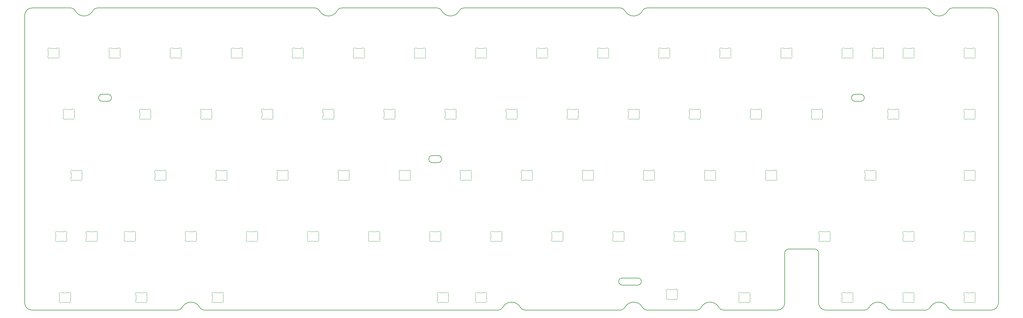
<source format=gbr>
%TF.GenerationSoftware,KiCad,Pcbnew,8.0.6*%
%TF.CreationDate,2024-11-15T04:32:27+07:00*%
%TF.ProjectId,Heart HE 65,48656172-7420-4484-9520-36352e6b6963,rev?*%
%TF.SameCoordinates,Original*%
%TF.FileFunction,Profile,NP*%
%FSLAX46Y46*%
G04 Gerber Fmt 4.6, Leading zero omitted, Abs format (unit mm)*
G04 Created by KiCad (PCBNEW 8.0.6) date 2024-11-15 04:32:27*
%MOMM*%
%LPD*%
G01*
G04 APERTURE LIST*
%TA.AperFunction,Profile*%
%ADD10C,0.200000*%
%TD*%
%TA.AperFunction,Profile*%
%ADD11C,0.100000*%
%TD*%
G04 APERTURE END LIST*
D10*
X247075000Y-86400000D02*
G75*
G02*
X248325000Y-85150000I1250000J0D01*
G01*
X24401894Y-10000000D02*
G75*
G02*
X25731933Y-10806449I6J-1500000D01*
G01*
X159081928Y-103393548D02*
G75*
G02*
X157751894Y-104199994I-1330028J693548D01*
G01*
X145618071Y-10806452D02*
G75*
G02*
X146948105Y-10000005I1330029J-693548D01*
G01*
X195851894Y-10000000D02*
G75*
G02*
X197181933Y-10806449I6J-1500000D01*
G01*
X138962483Y-56000037D02*
X137162486Y-56000037D01*
X202768071Y-10806452D02*
G75*
G02*
X204098105Y-10000005I1330029J-693548D01*
G01*
X299348106Y-104200000D02*
G75*
G02*
X298018067Y-103393551I-6J1500000D01*
G01*
X137162486Y-58200038D02*
G75*
G02*
X137162486Y-55999962I14J1100038D01*
G01*
X247075000Y-86400000D02*
X247075000Y-101950000D01*
X24401894Y-10000000D02*
X12250000Y-10000000D01*
X269012487Y-39100038D02*
G75*
G02*
X269012486Y-36899962I13J1100038D01*
G01*
X138701894Y-10000000D02*
G75*
G02*
X140031933Y-10806449I6J-1500000D01*
G01*
X100601894Y-10000000D02*
G75*
G02*
X101931933Y-10806449I6J-1500000D01*
G01*
X35962483Y-36900037D02*
X34162487Y-36900037D01*
X299348106Y-104200000D02*
X311500000Y-104200000D01*
X227910606Y-104200000D02*
G75*
G02*
X226580567Y-103393551I-6J1500000D01*
G01*
X292431929Y-103393548D02*
G75*
G02*
X298018071Y-103393549I2793071J-1456452D01*
G01*
X201262479Y-94190728D02*
G75*
G02*
X201262479Y-96390672I21J-1099972D01*
G01*
X196393890Y-94190728D02*
X201262479Y-94190728D01*
X34162487Y-39100038D02*
X35962483Y-39100038D01*
X65985606Y-104200000D02*
G75*
G02*
X64655567Y-103393551I-6J1500000D01*
G01*
X31318071Y-10806452D02*
G75*
G02*
X32648105Y-10000005I1330029J-693548D01*
G01*
X10000000Y-101950000D02*
X10000000Y-12250000D01*
X195851894Y-10000000D02*
X146948105Y-10000000D01*
X248325000Y-85150000D02*
X256400000Y-85150000D01*
X270812483Y-36900037D02*
X269012486Y-36900037D01*
X256400000Y-85150000D02*
G75*
G02*
X257650000Y-86400000I0J-1250000D01*
G01*
X270812483Y-36900037D02*
G75*
G02*
X270812483Y-39099963I17J-1099963D01*
G01*
X280298106Y-104200000D02*
G75*
G02*
X278968067Y-103393551I-6J1500000D01*
G01*
X311500000Y-10000000D02*
X299348105Y-10000000D01*
X100601894Y-10000000D02*
X32648105Y-10000000D01*
X291101894Y-104200000D02*
X280298106Y-104200000D01*
X197181929Y-103393548D02*
G75*
G02*
X202768071Y-103393549I2793071J-1456452D01*
G01*
X292431928Y-103393548D02*
G75*
G02*
X291101894Y-104199994I-1330028J693548D01*
G01*
X202768072Y-10806452D02*
G75*
G02*
X197181928Y-10806452I-2793072J1456451D01*
G01*
X244825000Y-104200000D02*
X227910606Y-104200000D01*
X138701894Y-10000000D02*
X108848105Y-10000000D01*
X273381928Y-103393548D02*
G75*
G02*
X272051894Y-104199994I-1330028J693548D01*
G01*
X204098106Y-104200000D02*
G75*
G02*
X202768067Y-103393551I-6J1500000D01*
G01*
X220994429Y-103393548D02*
G75*
G02*
X226580571Y-103393549I2793071J-1456452D01*
G01*
X57739394Y-104200000D02*
X12250000Y-104200000D01*
X137162486Y-58200038D02*
X138962483Y-58200038D01*
X59069429Y-103393548D02*
G75*
G02*
X64655571Y-103393549I2793071J-1456452D01*
G01*
X273381929Y-103393548D02*
G75*
G02*
X278968071Y-103393549I2793071J-1456452D01*
G01*
X219664394Y-104200000D02*
X204098106Y-104200000D01*
X10000000Y-12250000D02*
G75*
G02*
X12250000Y-10000000I2250000J0D01*
G01*
X34162487Y-39100038D02*
G75*
G02*
X34162487Y-36900042I-37J1099998D01*
G01*
X291101894Y-10000000D02*
X204098105Y-10000000D01*
X107518072Y-10806452D02*
G75*
G02*
X101931928Y-10806452I-2793072J1456451D01*
G01*
X311500000Y-10000000D02*
G75*
G02*
X313750000Y-12250000I0J-2250000D01*
G01*
X313750000Y-101950000D02*
X313750000Y-12250000D01*
X196393890Y-96390729D02*
G75*
G02*
X196393890Y-94190671I10J1100029D01*
G01*
X157751894Y-104200000D02*
X65985606Y-104200000D01*
X59069428Y-103393548D02*
G75*
G02*
X57739394Y-104199994I-1330028J693548D01*
G01*
X247075000Y-101950000D02*
G75*
G02*
X244825000Y-104200000I-2250000J0D01*
G01*
X269012487Y-39100038D02*
X270812483Y-39100038D01*
X107518071Y-10806452D02*
G75*
G02*
X108848105Y-10000005I1330029J-693548D01*
G01*
X159081929Y-103393548D02*
G75*
G02*
X164668071Y-103393549I2793071J-1456452D01*
G01*
X165998106Y-104200000D02*
G75*
G02*
X164668067Y-103393551I-6J1500000D01*
G01*
X12250000Y-104200000D02*
G75*
G02*
X10000000Y-101950000I-20J2249980D01*
G01*
X35962483Y-36900037D02*
G75*
G02*
X35962483Y-39100043I-33J-1100003D01*
G01*
X257650000Y-101950000D02*
X257650000Y-86400000D01*
X138962483Y-56000037D02*
G75*
G02*
X138962483Y-58199963I17J-1099963D01*
G01*
X259900000Y-104200000D02*
G75*
G02*
X257650000Y-101950000I0J2250000D01*
G01*
X195851894Y-104200000D02*
X165998106Y-104200000D01*
X145618072Y-10806452D02*
G75*
G02*
X140031928Y-10806452I-2793072J1456451D01*
G01*
X220994428Y-103393548D02*
G75*
G02*
X219664394Y-104199994I-1330028J693548D01*
G01*
X298018071Y-10806452D02*
G75*
G02*
X299348105Y-10000005I1330029J-693548D01*
G01*
X298018072Y-10806452D02*
G75*
G02*
X292431928Y-10806452I-2793072J1456451D01*
G01*
X291101894Y-10000000D02*
G75*
G02*
X292431933Y-10806449I6J-1500000D01*
G01*
X197181928Y-103393548D02*
G75*
G02*
X195851894Y-104199994I-1330028J693548D01*
G01*
X31318072Y-10806452D02*
G75*
G02*
X25731928Y-10806452I-2793072J1456451D01*
G01*
X201262479Y-96390729D02*
X196393890Y-96390729D01*
X313750000Y-101950000D02*
G75*
G02*
X311500000Y-104200000I-2250000J0D01*
G01*
X272051894Y-104200000D02*
X259900000Y-104200000D01*
D11*
%TO.C,RGB1_A45*%
X286746710Y-98711701D02*
G75*
G02*
X286494452Y-98780000I-252258J431701D01*
G01*
X284905548Y-98780000D02*
G75*
G02*
X284653289Y-98711701I0J500000D01*
G01*
X283950516Y-99360281D02*
G75*
G02*
X284653289Y-98711701I450515J216879D01*
G01*
X283950516Y-99360280D02*
G75*
G02*
X284000001Y-99577158I-450515J-216878D01*
G01*
X284000001Y-100982843D02*
G75*
G02*
X283950516Y-101199720I-500000J1D01*
G01*
X284653289Y-101848298D02*
G75*
G02*
X283950516Y-101199720I-252258J431701D01*
G01*
X284653289Y-101848298D02*
G75*
G02*
X284905547Y-101779999I252258J-431701D01*
G01*
X286494453Y-101780000D02*
G75*
G02*
X286746711Y-101848299I-1J-499999D01*
G01*
X287449484Y-101199720D02*
G75*
G02*
X286746711Y-101848299I-450515J-216878D01*
G01*
X287449484Y-101199720D02*
G75*
G02*
X287399999Y-100982842I450515J216878D01*
G01*
X287399999Y-99577157D02*
G75*
G02*
X287449484Y-99360280I500000J-1D01*
G01*
X286746711Y-98711703D02*
G75*
G02*
X287449484Y-99360280I252258J-431700D01*
G01*
X287399999Y-99577158D02*
X287399999Y-100982842D01*
X286494452Y-101779999D02*
X284905547Y-101779999D01*
X284000001Y-100982842D02*
X284000001Y-99577158D01*
X284905548Y-98780000D02*
X286494452Y-98780000D01*
%TO.C,RGB1_A44*%
X267696710Y-98711701D02*
G75*
G02*
X267444452Y-98780000I-252258J431701D01*
G01*
X265855548Y-98780000D02*
G75*
G02*
X265603289Y-98711701I0J500000D01*
G01*
X264900516Y-99360281D02*
G75*
G02*
X265603289Y-98711701I450515J216879D01*
G01*
X264900516Y-99360280D02*
G75*
G02*
X264950001Y-99577158I-450515J-216878D01*
G01*
X264950001Y-100982843D02*
G75*
G02*
X264900516Y-101199720I-500000J1D01*
G01*
X265603289Y-101848298D02*
G75*
G02*
X264900516Y-101199720I-252258J431701D01*
G01*
X265603289Y-101848298D02*
G75*
G02*
X265855547Y-101779999I252258J-431701D01*
G01*
X267444453Y-101780000D02*
G75*
G02*
X267696711Y-101848299I-1J-499999D01*
G01*
X268399484Y-101199720D02*
G75*
G02*
X267696711Y-101848299I-450515J-216878D01*
G01*
X268399484Y-101199720D02*
G75*
G02*
X268349999Y-100982842I450515J216878D01*
G01*
X268349999Y-99577157D02*
G75*
G02*
X268399484Y-99360280I500000J-1D01*
G01*
X267696711Y-98711703D02*
G75*
G02*
X268399484Y-99360280I252258J-431700D01*
G01*
X268349999Y-99577158D02*
X268349999Y-100982842D01*
X267444452Y-101779999D02*
X265855547Y-101779999D01*
X264950001Y-100982842D02*
X264950001Y-99577158D01*
X265855548Y-98780000D02*
X267444452Y-98780000D01*
%TO.C,RGB1_A43*%
X305796710Y-98711701D02*
G75*
G02*
X305544452Y-98780000I-252258J431701D01*
G01*
X303955548Y-98780000D02*
G75*
G02*
X303703289Y-98711701I0J500000D01*
G01*
X303000516Y-99360281D02*
G75*
G02*
X303703289Y-98711701I450515J216879D01*
G01*
X303000516Y-99360280D02*
G75*
G02*
X303050001Y-99577158I-450515J-216878D01*
G01*
X303050001Y-100982843D02*
G75*
G02*
X303000516Y-101199720I-500000J1D01*
G01*
X303703289Y-101848298D02*
G75*
G02*
X303000516Y-101199720I-252258J431701D01*
G01*
X303703289Y-101848298D02*
G75*
G02*
X303955547Y-101779999I252258J-431701D01*
G01*
X305544453Y-101780000D02*
G75*
G02*
X305796711Y-101848299I-1J-499999D01*
G01*
X306499484Y-101199720D02*
G75*
G02*
X305796711Y-101848299I-450515J-216878D01*
G01*
X306499484Y-101199720D02*
G75*
G02*
X306449999Y-100982842I450515J216878D01*
G01*
X306449999Y-99577157D02*
G75*
G02*
X306499484Y-99360280I500000J-1D01*
G01*
X305796711Y-98711703D02*
G75*
G02*
X306499484Y-99360280I252258J-431700D01*
G01*
X306449999Y-99577158D02*
X306449999Y-100982842D01*
X305544452Y-101779999D02*
X303955547Y-101779999D01*
X303050001Y-100982842D02*
X303050001Y-99577158D01*
X303955548Y-98780000D02*
X305544452Y-98780000D01*
%TO.C,RGB1_A42*%
X235549835Y-98711701D02*
G75*
G02*
X235297577Y-98780000I-252258J431701D01*
G01*
X233708673Y-98780000D02*
G75*
G02*
X233456414Y-98711701I0J500000D01*
G01*
X232753641Y-99360281D02*
G75*
G02*
X233456414Y-98711701I450515J216879D01*
G01*
X232753641Y-99360280D02*
G75*
G02*
X232803126Y-99577158I-450515J-216878D01*
G01*
X232803126Y-100982843D02*
G75*
G02*
X232753641Y-101199720I-500000J1D01*
G01*
X233456414Y-101848298D02*
G75*
G02*
X232753641Y-101199720I-252258J431701D01*
G01*
X233456414Y-101848298D02*
G75*
G02*
X233708672Y-101779999I252258J-431701D01*
G01*
X235297578Y-101780000D02*
G75*
G02*
X235549836Y-101848299I-1J-499999D01*
G01*
X236252609Y-101199720D02*
G75*
G02*
X235549836Y-101848299I-450515J-216878D01*
G01*
X236252609Y-101199720D02*
G75*
G02*
X236203124Y-100982842I450515J216878D01*
G01*
X236203124Y-99577157D02*
G75*
G02*
X236252609Y-99360280I500000J-1D01*
G01*
X235549836Y-98711703D02*
G75*
G02*
X236252609Y-99360280I252258J-431700D01*
G01*
X236203124Y-99577158D02*
X236203124Y-100982842D01*
X235297577Y-101779999D02*
X233708672Y-101779999D01*
X232803126Y-100982842D02*
X232803126Y-99577158D01*
X233708673Y-98780000D02*
X235297577Y-98780000D01*
%TO.C,RGB1_A40*%
X211086799Y-97780000D02*
X212675703Y-97780000D01*
X210181251Y-99982842D02*
X210181251Y-98577158D01*
X212675701Y-100780000D02*
X211086797Y-100779999D01*
X213581249Y-98577158D02*
X213581249Y-99982842D01*
X212927960Y-97711704D02*
G75*
G02*
X213630733Y-98360280I252260J-431698D01*
G01*
X213581249Y-98577157D02*
G75*
G02*
X213630734Y-98360280I500000J-1D01*
G01*
X213630734Y-100199720D02*
G75*
G02*
X213581249Y-99982842I450515J216878D01*
G01*
X213630734Y-100199720D02*
G75*
G02*
X212927961Y-100848301I-450515J-216879D01*
G01*
X212675702Y-100780001D02*
G75*
G02*
X212927961Y-100848301I-1J-499998D01*
G01*
X210834539Y-100848298D02*
G75*
G02*
X211086797Y-100780000I252257J-431701D01*
G01*
X210834539Y-100848298D02*
G75*
G02*
X210131766Y-100199719I-252259J431700D01*
G01*
X210181251Y-99982843D02*
G75*
G02*
X210131766Y-100199720I-500000J1D01*
G01*
X210131767Y-98360280D02*
G75*
G02*
X210181252Y-98577158I-450516J-216878D01*
G01*
X210131766Y-98360281D02*
G75*
G02*
X210834539Y-97711701I450515J216879D01*
G01*
X211086799Y-97780000D02*
G75*
G02*
X210834539Y-97711701I-1J500001D01*
G01*
X212927960Y-97711702D02*
G75*
G02*
X212675703Y-97780001I-252258J431703D01*
G01*
%TO.C,RGB1_A38*%
X153396710Y-98711701D02*
G75*
G02*
X153144452Y-98780000I-252258J431701D01*
G01*
X151555548Y-98780000D02*
G75*
G02*
X151303289Y-98711701I0J500000D01*
G01*
X150600516Y-99360281D02*
G75*
G02*
X151303289Y-98711701I450515J216879D01*
G01*
X150600516Y-99360280D02*
G75*
G02*
X150650001Y-99577158I-450515J-216878D01*
G01*
X150650001Y-100982843D02*
G75*
G02*
X150600516Y-101199720I-500000J1D01*
G01*
X151303289Y-101848298D02*
G75*
G02*
X150600516Y-101199720I-252258J431701D01*
G01*
X151303289Y-101848298D02*
G75*
G02*
X151555547Y-101779999I252258J-431701D01*
G01*
X153144453Y-101780000D02*
G75*
G02*
X153396711Y-101848299I-1J-499999D01*
G01*
X154099484Y-101199720D02*
G75*
G02*
X153396711Y-101848299I-450515J-216878D01*
G01*
X154099484Y-101199720D02*
G75*
G02*
X154049999Y-100982842I450515J216878D01*
G01*
X154049999Y-99577157D02*
G75*
G02*
X154099484Y-99360280I500000J-1D01*
G01*
X153396711Y-98711703D02*
G75*
G02*
X154099484Y-99360280I252258J-431700D01*
G01*
X154049999Y-99577158D02*
X154049999Y-100982842D01*
X153144452Y-101779999D02*
X151555547Y-101779999D01*
X150650001Y-100982842D02*
X150650001Y-99577158D01*
X151555548Y-98780000D02*
X153144452Y-98780000D01*
%TO.C,RGB1_A36*%
X141490460Y-98711701D02*
G75*
G02*
X141238202Y-98780000I-252258J431701D01*
G01*
X139649298Y-98780000D02*
G75*
G02*
X139397039Y-98711701I0J500000D01*
G01*
X138694266Y-99360281D02*
G75*
G02*
X139397039Y-98711701I450515J216879D01*
G01*
X138694266Y-99360280D02*
G75*
G02*
X138743751Y-99577158I-450515J-216878D01*
G01*
X138743751Y-100982843D02*
G75*
G02*
X138694266Y-101199720I-500000J1D01*
G01*
X139397039Y-101848298D02*
G75*
G02*
X138694266Y-101199720I-252258J431701D01*
G01*
X139397039Y-101848298D02*
G75*
G02*
X139649297Y-101779999I252258J-431701D01*
G01*
X141238203Y-101780000D02*
G75*
G02*
X141490461Y-101848299I-1J-499999D01*
G01*
X142193234Y-101199720D02*
G75*
G02*
X141490461Y-101848299I-450515J-216878D01*
G01*
X142193234Y-101199720D02*
G75*
G02*
X142143749Y-100982842I450515J216878D01*
G01*
X142143749Y-99577157D02*
G75*
G02*
X142193234Y-99360280I500000J-1D01*
G01*
X141490461Y-98711703D02*
G75*
G02*
X142193234Y-99360280I252258J-431700D01*
G01*
X142143749Y-99577158D02*
X142143749Y-100982842D01*
X141238202Y-101779999D02*
X139649297Y-101779999D01*
X138743751Y-100982842D02*
X138743751Y-99577158D01*
X139649298Y-98780000D02*
X141238202Y-98780000D01*
%TO.C,RGB1_A34*%
X71243585Y-98711701D02*
G75*
G02*
X70991327Y-98780000I-252258J431701D01*
G01*
X69402423Y-98780000D02*
G75*
G02*
X69150164Y-98711701I0J500000D01*
G01*
X68447391Y-99360281D02*
G75*
G02*
X69150164Y-98711701I450515J216879D01*
G01*
X68447391Y-99360280D02*
G75*
G02*
X68496876Y-99577158I-450515J-216878D01*
G01*
X68496876Y-100982843D02*
G75*
G02*
X68447391Y-101199720I-500000J1D01*
G01*
X69150164Y-101848298D02*
G75*
G02*
X68447391Y-101199720I-252258J431701D01*
G01*
X69150164Y-101848298D02*
G75*
G02*
X69402422Y-101779999I252258J-431701D01*
G01*
X70991328Y-101780000D02*
G75*
G02*
X71243586Y-101848299I-1J-499999D01*
G01*
X71946359Y-101199720D02*
G75*
G02*
X71243586Y-101848299I-450515J-216878D01*
G01*
X71946359Y-101199720D02*
G75*
G02*
X71896874Y-100982842I450515J216878D01*
G01*
X71896874Y-99577157D02*
G75*
G02*
X71946359Y-99360280I500000J-1D01*
G01*
X71243586Y-98711703D02*
G75*
G02*
X71946359Y-99360280I252258J-431700D01*
G01*
X71896874Y-99577158D02*
X71896874Y-100982842D01*
X70991327Y-101779999D02*
X69402422Y-101779999D01*
X68496876Y-100982842D02*
X68496876Y-99577158D01*
X69402423Y-98780000D02*
X70991327Y-98780000D01*
%TO.C,RGB1_A21*%
X47431085Y-98711701D02*
G75*
G02*
X47178827Y-98780000I-252258J431701D01*
G01*
X45589923Y-98780000D02*
G75*
G02*
X45337664Y-98711701I0J500000D01*
G01*
X44634891Y-99360281D02*
G75*
G02*
X45337664Y-98711701I450515J216879D01*
G01*
X44634891Y-99360280D02*
G75*
G02*
X44684376Y-99577158I-450515J-216878D01*
G01*
X44684376Y-100982843D02*
G75*
G02*
X44634891Y-101199720I-500000J1D01*
G01*
X45337664Y-101848298D02*
G75*
G02*
X44634891Y-101199720I-252258J431701D01*
G01*
X45337664Y-101848298D02*
G75*
G02*
X45589922Y-101779999I252258J-431701D01*
G01*
X47178828Y-101780000D02*
G75*
G02*
X47431086Y-101848299I-1J-499999D01*
G01*
X48133859Y-101199720D02*
G75*
G02*
X47431086Y-101848299I-450515J-216878D01*
G01*
X48133859Y-101199720D02*
G75*
G02*
X48084374Y-100982842I450515J216878D01*
G01*
X48084374Y-99577157D02*
G75*
G02*
X48133859Y-99360280I500000J-1D01*
G01*
X47431086Y-98711703D02*
G75*
G02*
X48133859Y-99360280I252258J-431700D01*
G01*
X48084374Y-99577158D02*
X48084374Y-100982842D01*
X47178827Y-101779999D02*
X45589922Y-101779999D01*
X44684376Y-100982842D02*
X44684376Y-99577158D01*
X45589923Y-98780000D02*
X47178827Y-98780000D01*
%TO.C,RGB1_A19*%
X21777423Y-98780000D02*
X23366327Y-98780000D01*
X20871876Y-100982842D02*
X20871876Y-99577158D01*
X23366327Y-101779999D02*
X21777422Y-101779999D01*
X24271874Y-99577158D02*
X24271874Y-100982842D01*
X23618586Y-98711703D02*
G75*
G02*
X24321359Y-99360280I252258J-431700D01*
G01*
X24271874Y-99577157D02*
G75*
G02*
X24321359Y-99360280I500000J-1D01*
G01*
X24321359Y-101199720D02*
G75*
G02*
X24271874Y-100982842I450515J216878D01*
G01*
X24321359Y-101199720D02*
G75*
G02*
X23618586Y-101848299I-450515J-216878D01*
G01*
X23366328Y-101780000D02*
G75*
G02*
X23618586Y-101848299I-1J-499999D01*
G01*
X21525164Y-101848298D02*
G75*
G02*
X21777422Y-101779999I252258J-431701D01*
G01*
X21525164Y-101848298D02*
G75*
G02*
X20822391Y-101199720I-252258J431701D01*
G01*
X20871876Y-100982843D02*
G75*
G02*
X20822391Y-101199720I-500000J1D01*
G01*
X20822391Y-99360280D02*
G75*
G02*
X20871876Y-99577158I-450515J-216878D01*
G01*
X20822391Y-99360281D02*
G75*
G02*
X21525164Y-98711701I450515J216879D01*
G01*
X21777423Y-98780000D02*
G75*
G02*
X21525164Y-98711701I0J500000D01*
G01*
X23618585Y-98711701D02*
G75*
G02*
X23366327Y-98780000I-252258J431701D01*
G01*
%TO.C,RGB1_B31*%
X303703290Y-82798298D02*
G75*
G02*
X303955548Y-82729999I252258J-431701D01*
G01*
X305544452Y-82729999D02*
G75*
G02*
X305796711Y-82798298I0J-500000D01*
G01*
X306499484Y-82149718D02*
G75*
G02*
X305796711Y-82798298I-450515J-216879D01*
G01*
X306499484Y-82149719D02*
G75*
G02*
X306449999Y-81932841I450515J216878D01*
G01*
X306449999Y-80527156D02*
G75*
G02*
X306499484Y-80310279I500000J-1D01*
G01*
X305796711Y-79661701D02*
G75*
G02*
X306499484Y-80310279I252258J-431701D01*
G01*
X305796711Y-79661701D02*
G75*
G02*
X305544453Y-79730000I-252258J431701D01*
G01*
X303955547Y-79729999D02*
G75*
G02*
X303703289Y-79661700I1J499999D01*
G01*
X303000516Y-80310279D02*
G75*
G02*
X303703289Y-79661700I450515J216878D01*
G01*
X303000516Y-80310279D02*
G75*
G02*
X303050001Y-80527157I-450515J-216878D01*
G01*
X303050001Y-81932842D02*
G75*
G02*
X303000516Y-82149719I-500000J1D01*
G01*
X303703289Y-82798296D02*
G75*
G02*
X303000516Y-82149719I-252258J431700D01*
G01*
X303050001Y-81932841D02*
X303050001Y-80527157D01*
X303955548Y-79730000D02*
X305544453Y-79730000D01*
X306449999Y-80527157D02*
X306449999Y-81932841D01*
X305544452Y-82729999D02*
X303955548Y-82729999D01*
%TO.C,RGB1_B30*%
X137015790Y-82798298D02*
G75*
G02*
X137268048Y-82729999I252258J-431701D01*
G01*
X138856952Y-82729999D02*
G75*
G02*
X139109211Y-82798298I0J-500000D01*
G01*
X139811984Y-82149718D02*
G75*
G02*
X139109211Y-82798298I-450515J-216879D01*
G01*
X139811984Y-82149719D02*
G75*
G02*
X139762499Y-81932841I450515J216878D01*
G01*
X139762499Y-80527156D02*
G75*
G02*
X139811984Y-80310279I500000J-1D01*
G01*
X139109211Y-79661701D02*
G75*
G02*
X139811984Y-80310279I252258J-431701D01*
G01*
X139109211Y-79661701D02*
G75*
G02*
X138856953Y-79730000I-252258J431701D01*
G01*
X137268047Y-79729999D02*
G75*
G02*
X137015789Y-79661700I1J499999D01*
G01*
X136313016Y-80310279D02*
G75*
G02*
X137015789Y-79661700I450515J216878D01*
G01*
X136313016Y-80310279D02*
G75*
G02*
X136362501Y-80527157I-450515J-216878D01*
G01*
X136362501Y-81932842D02*
G75*
G02*
X136313016Y-82149719I-500000J1D01*
G01*
X137015789Y-82798296D02*
G75*
G02*
X136313016Y-82149719I-252258J431700D01*
G01*
X136362501Y-81932841D02*
X136362501Y-80527157D01*
X137268048Y-79730000D02*
X138856953Y-79730000D01*
X139762499Y-80527157D02*
X139762499Y-81932841D01*
X138856952Y-82729999D02*
X137268048Y-82729999D01*
%TO.C,RGB1_B29*%
X156065790Y-82798298D02*
G75*
G02*
X156318048Y-82729999I252258J-431701D01*
G01*
X157906952Y-82729999D02*
G75*
G02*
X158159211Y-82798298I0J-500000D01*
G01*
X158861984Y-82149718D02*
G75*
G02*
X158159211Y-82798298I-450515J-216879D01*
G01*
X158861984Y-82149719D02*
G75*
G02*
X158812499Y-81932841I450515J216878D01*
G01*
X158812499Y-80527156D02*
G75*
G02*
X158861984Y-80310279I500000J-1D01*
G01*
X158159211Y-79661701D02*
G75*
G02*
X158861984Y-80310279I252258J-431701D01*
G01*
X158159211Y-79661701D02*
G75*
G02*
X157906953Y-79730000I-252258J431701D01*
G01*
X156318047Y-79729999D02*
G75*
G02*
X156065789Y-79661700I1J499999D01*
G01*
X155363016Y-80310279D02*
G75*
G02*
X156065789Y-79661700I450515J216878D01*
G01*
X155363016Y-80310279D02*
G75*
G02*
X155412501Y-80527157I-450515J-216878D01*
G01*
X155412501Y-81932842D02*
G75*
G02*
X155363016Y-82149719I-500000J1D01*
G01*
X156065789Y-82798296D02*
G75*
G02*
X155363016Y-82149719I-252258J431700D01*
G01*
X155412501Y-81932841D02*
X155412501Y-80527157D01*
X156318048Y-79730000D02*
X157906953Y-79730000D01*
X158812499Y-80527157D02*
X158812499Y-81932841D01*
X157906952Y-82729999D02*
X156318048Y-82729999D01*
%TO.C,RGB1_B28*%
X117965790Y-82798298D02*
G75*
G02*
X118218048Y-82729999I252258J-431701D01*
G01*
X119806952Y-82729999D02*
G75*
G02*
X120059211Y-82798298I0J-500000D01*
G01*
X120761984Y-82149718D02*
G75*
G02*
X120059211Y-82798298I-450515J-216879D01*
G01*
X120761984Y-82149719D02*
G75*
G02*
X120712499Y-81932841I450515J216878D01*
G01*
X120712499Y-80527156D02*
G75*
G02*
X120761984Y-80310279I500000J-1D01*
G01*
X120059211Y-79661701D02*
G75*
G02*
X120761984Y-80310279I252258J-431701D01*
G01*
X120059211Y-79661701D02*
G75*
G02*
X119806953Y-79730000I-252258J431701D01*
G01*
X118218047Y-79729999D02*
G75*
G02*
X117965789Y-79661700I1J499999D01*
G01*
X117263016Y-80310279D02*
G75*
G02*
X117965789Y-79661700I450515J216878D01*
G01*
X117263016Y-80310279D02*
G75*
G02*
X117312501Y-80527157I-450515J-216878D01*
G01*
X117312501Y-81932842D02*
G75*
G02*
X117263016Y-82149719I-500000J1D01*
G01*
X117965789Y-82798296D02*
G75*
G02*
X117263016Y-82149719I-252258J431700D01*
G01*
X117312501Y-81932841D02*
X117312501Y-80527157D01*
X118218048Y-79730000D02*
X119806953Y-79730000D01*
X120712499Y-80527157D02*
X120712499Y-81932841D01*
X119806952Y-82729999D02*
X118218048Y-82729999D01*
%TO.C,RGB1_B27*%
X175115790Y-82798298D02*
G75*
G02*
X175368048Y-82729999I252258J-431701D01*
G01*
X176956952Y-82729999D02*
G75*
G02*
X177209211Y-82798298I0J-500000D01*
G01*
X177911984Y-82149718D02*
G75*
G02*
X177209211Y-82798298I-450515J-216879D01*
G01*
X177911984Y-82149719D02*
G75*
G02*
X177862499Y-81932841I450515J216878D01*
G01*
X177862499Y-80527156D02*
G75*
G02*
X177911984Y-80310279I500000J-1D01*
G01*
X177209211Y-79661701D02*
G75*
G02*
X177911984Y-80310279I252258J-431701D01*
G01*
X177209211Y-79661701D02*
G75*
G02*
X176956953Y-79730000I-252258J431701D01*
G01*
X175368047Y-79729999D02*
G75*
G02*
X175115789Y-79661700I1J499999D01*
G01*
X174413016Y-80310279D02*
G75*
G02*
X175115789Y-79661700I450515J216878D01*
G01*
X174413016Y-80310279D02*
G75*
G02*
X174462501Y-80527157I-450515J-216878D01*
G01*
X174462501Y-81932842D02*
G75*
G02*
X174413016Y-82149719I-500000J1D01*
G01*
X175115789Y-82798296D02*
G75*
G02*
X174413016Y-82149719I-252258J431700D01*
G01*
X174462501Y-81932841D02*
X174462501Y-80527157D01*
X175368048Y-79730000D02*
X176956953Y-79730000D01*
X177862499Y-80527157D02*
X177862499Y-81932841D01*
X176956952Y-82729999D02*
X175368048Y-82729999D01*
%TO.C,RGB1_B26*%
X98915790Y-82798298D02*
G75*
G02*
X99168048Y-82729999I252258J-431701D01*
G01*
X100756952Y-82729999D02*
G75*
G02*
X101009211Y-82798298I0J-500000D01*
G01*
X101711984Y-82149718D02*
G75*
G02*
X101009211Y-82798298I-450515J-216879D01*
G01*
X101711984Y-82149719D02*
G75*
G02*
X101662499Y-81932841I450515J216878D01*
G01*
X101662499Y-80527156D02*
G75*
G02*
X101711984Y-80310279I500000J-1D01*
G01*
X101009211Y-79661701D02*
G75*
G02*
X101711984Y-80310279I252258J-431701D01*
G01*
X101009211Y-79661701D02*
G75*
G02*
X100756953Y-79730000I-252258J431701D01*
G01*
X99168047Y-79729999D02*
G75*
G02*
X98915789Y-79661700I1J499999D01*
G01*
X98213016Y-80310279D02*
G75*
G02*
X98915789Y-79661700I450515J216878D01*
G01*
X98213016Y-80310279D02*
G75*
G02*
X98262501Y-80527157I-450515J-216878D01*
G01*
X98262501Y-81932842D02*
G75*
G02*
X98213016Y-82149719I-500000J1D01*
G01*
X98915789Y-82798296D02*
G75*
G02*
X98213016Y-82149719I-252258J431700D01*
G01*
X98262501Y-81932841D02*
X98262501Y-80527157D01*
X99168048Y-79730000D02*
X100756953Y-79730000D01*
X101662499Y-80527157D02*
X101662499Y-81932841D01*
X100756952Y-82729999D02*
X99168048Y-82729999D01*
%TO.C,RGB1_B25*%
X194165790Y-82798298D02*
G75*
G02*
X194418048Y-82729999I252258J-431701D01*
G01*
X196006952Y-82729999D02*
G75*
G02*
X196259211Y-82798298I0J-500000D01*
G01*
X196961984Y-82149718D02*
G75*
G02*
X196259211Y-82798298I-450515J-216879D01*
G01*
X196961984Y-82149719D02*
G75*
G02*
X196912499Y-81932841I450515J216878D01*
G01*
X196912499Y-80527156D02*
G75*
G02*
X196961984Y-80310279I500000J-1D01*
G01*
X196259211Y-79661701D02*
G75*
G02*
X196961984Y-80310279I252258J-431701D01*
G01*
X196259211Y-79661701D02*
G75*
G02*
X196006953Y-79730000I-252258J431701D01*
G01*
X194418047Y-79729999D02*
G75*
G02*
X194165789Y-79661700I1J499999D01*
G01*
X193463016Y-80310279D02*
G75*
G02*
X194165789Y-79661700I450515J216878D01*
G01*
X193463016Y-80310279D02*
G75*
G02*
X193512501Y-80527157I-450515J-216878D01*
G01*
X193512501Y-81932842D02*
G75*
G02*
X193463016Y-82149719I-500000J1D01*
G01*
X194165789Y-82798296D02*
G75*
G02*
X193463016Y-82149719I-252258J431700D01*
G01*
X193512501Y-81932841D02*
X193512501Y-80527157D01*
X194418048Y-79730000D02*
X196006953Y-79730000D01*
X196912499Y-80527157D02*
X196912499Y-81932841D01*
X196006952Y-82729999D02*
X194418048Y-82729999D01*
%TO.C,RGB1_B24*%
X79865790Y-82798298D02*
G75*
G02*
X80118048Y-82729999I252258J-431701D01*
G01*
X81706952Y-82729999D02*
G75*
G02*
X81959211Y-82798298I0J-500000D01*
G01*
X82661984Y-82149718D02*
G75*
G02*
X81959211Y-82798298I-450515J-216879D01*
G01*
X82661984Y-82149719D02*
G75*
G02*
X82612499Y-81932841I450515J216878D01*
G01*
X82612499Y-80527156D02*
G75*
G02*
X82661984Y-80310279I500000J-1D01*
G01*
X81959211Y-79661701D02*
G75*
G02*
X82661984Y-80310279I252258J-431701D01*
G01*
X81959211Y-79661701D02*
G75*
G02*
X81706953Y-79730000I-252258J431701D01*
G01*
X80118047Y-79729999D02*
G75*
G02*
X79865789Y-79661700I1J499999D01*
G01*
X79163016Y-80310279D02*
G75*
G02*
X79865789Y-79661700I450515J216878D01*
G01*
X79163016Y-80310279D02*
G75*
G02*
X79212501Y-80527157I-450515J-216878D01*
G01*
X79212501Y-81932842D02*
G75*
G02*
X79163016Y-82149719I-500000J1D01*
G01*
X79865789Y-82798296D02*
G75*
G02*
X79163016Y-82149719I-252258J431700D01*
G01*
X79212501Y-81932841D02*
X79212501Y-80527157D01*
X80118048Y-79730000D02*
X81706953Y-79730000D01*
X82612499Y-80527157D02*
X82612499Y-81932841D01*
X81706952Y-82729999D02*
X80118048Y-82729999D01*
%TO.C,RGB1_B23*%
X213215790Y-82798298D02*
G75*
G02*
X213468048Y-82729999I252258J-431701D01*
G01*
X215056952Y-82729999D02*
G75*
G02*
X215309211Y-82798298I0J-500000D01*
G01*
X216011984Y-82149718D02*
G75*
G02*
X215309211Y-82798298I-450515J-216879D01*
G01*
X216011984Y-82149719D02*
G75*
G02*
X215962499Y-81932841I450515J216878D01*
G01*
X215962499Y-80527156D02*
G75*
G02*
X216011984Y-80310279I500000J-1D01*
G01*
X215309211Y-79661701D02*
G75*
G02*
X216011984Y-80310279I252258J-431701D01*
G01*
X215309211Y-79661701D02*
G75*
G02*
X215056953Y-79730000I-252258J431701D01*
G01*
X213468047Y-79729999D02*
G75*
G02*
X213215789Y-79661700I1J499999D01*
G01*
X212513016Y-80310279D02*
G75*
G02*
X213215789Y-79661700I450515J216878D01*
G01*
X212513016Y-80310279D02*
G75*
G02*
X212562501Y-80527157I-450515J-216878D01*
G01*
X212562501Y-81932842D02*
G75*
G02*
X212513016Y-82149719I-500000J1D01*
G01*
X213215789Y-82798296D02*
G75*
G02*
X212513016Y-82149719I-252258J431700D01*
G01*
X212562501Y-81932841D02*
X212562501Y-80527157D01*
X213468048Y-79730000D02*
X215056953Y-79730000D01*
X215962499Y-80527157D02*
X215962499Y-81932841D01*
X215056952Y-82729999D02*
X213468048Y-82729999D01*
%TO.C,RGB1_B22*%
X60815790Y-82798298D02*
G75*
G02*
X61068048Y-82729999I252258J-431701D01*
G01*
X62656952Y-82729999D02*
G75*
G02*
X62909211Y-82798298I0J-500000D01*
G01*
X63611984Y-82149718D02*
G75*
G02*
X62909211Y-82798298I-450515J-216879D01*
G01*
X63611984Y-82149719D02*
G75*
G02*
X63562499Y-81932841I450515J216878D01*
G01*
X63562499Y-80527156D02*
G75*
G02*
X63611984Y-80310279I500000J-1D01*
G01*
X62909211Y-79661701D02*
G75*
G02*
X63611984Y-80310279I252258J-431701D01*
G01*
X62909211Y-79661701D02*
G75*
G02*
X62656953Y-79730000I-252258J431701D01*
G01*
X61068047Y-79729999D02*
G75*
G02*
X60815789Y-79661700I1J499999D01*
G01*
X60113016Y-80310279D02*
G75*
G02*
X60815789Y-79661700I450515J216878D01*
G01*
X60113016Y-80310279D02*
G75*
G02*
X60162501Y-80527157I-450515J-216878D01*
G01*
X60162501Y-81932842D02*
G75*
G02*
X60113016Y-82149719I-500000J1D01*
G01*
X60815789Y-82798296D02*
G75*
G02*
X60113016Y-82149719I-252258J431700D01*
G01*
X60162501Y-81932841D02*
X60162501Y-80527157D01*
X61068048Y-79730000D02*
X62656953Y-79730000D01*
X63562499Y-80527157D02*
X63562499Y-81932841D01*
X62656952Y-82729999D02*
X61068048Y-82729999D01*
%TO.C,RGB1_B21*%
X232265790Y-82798298D02*
G75*
G02*
X232518048Y-82729999I252258J-431701D01*
G01*
X234106952Y-82729999D02*
G75*
G02*
X234359211Y-82798298I0J-500000D01*
G01*
X235061984Y-82149718D02*
G75*
G02*
X234359211Y-82798298I-450515J-216879D01*
G01*
X235061984Y-82149719D02*
G75*
G02*
X235012499Y-81932841I450515J216878D01*
G01*
X235012499Y-80527156D02*
G75*
G02*
X235061984Y-80310279I500000J-1D01*
G01*
X234359211Y-79661701D02*
G75*
G02*
X235061984Y-80310279I252258J-431701D01*
G01*
X234359211Y-79661701D02*
G75*
G02*
X234106953Y-79730000I-252258J431701D01*
G01*
X232518047Y-79729999D02*
G75*
G02*
X232265789Y-79661700I1J499999D01*
G01*
X231563016Y-80310279D02*
G75*
G02*
X232265789Y-79661700I450515J216878D01*
G01*
X231563016Y-80310279D02*
G75*
G02*
X231612501Y-80527157I-450515J-216878D01*
G01*
X231612501Y-81932842D02*
G75*
G02*
X231563016Y-82149719I-500000J1D01*
G01*
X232265789Y-82798296D02*
G75*
G02*
X231563016Y-82149719I-252258J431700D01*
G01*
X231612501Y-81932841D02*
X231612501Y-80527157D01*
X232518048Y-79730000D02*
X234106953Y-79730000D01*
X235012499Y-80527157D02*
X235012499Y-81932841D01*
X234106952Y-82729999D02*
X232518048Y-82729999D01*
%TO.C,RGB1_B20*%
X41765790Y-82798298D02*
G75*
G02*
X42018048Y-82729999I252258J-431701D01*
G01*
X43606952Y-82729999D02*
G75*
G02*
X43859211Y-82798298I0J-500000D01*
G01*
X44561984Y-82149718D02*
G75*
G02*
X43859211Y-82798298I-450515J-216879D01*
G01*
X44561984Y-82149719D02*
G75*
G02*
X44512499Y-81932841I450515J216878D01*
G01*
X44512499Y-80527156D02*
G75*
G02*
X44561984Y-80310279I500000J-1D01*
G01*
X43859211Y-79661701D02*
G75*
G02*
X44561984Y-80310279I252258J-431701D01*
G01*
X43859211Y-79661701D02*
G75*
G02*
X43606953Y-79730000I-252258J431701D01*
G01*
X42018047Y-79729999D02*
G75*
G02*
X41765789Y-79661700I1J499999D01*
G01*
X41063016Y-80310279D02*
G75*
G02*
X41765789Y-79661700I450515J216878D01*
G01*
X41063016Y-80310279D02*
G75*
G02*
X41112501Y-80527157I-450515J-216878D01*
G01*
X41112501Y-81932842D02*
G75*
G02*
X41063016Y-82149719I-500000J1D01*
G01*
X41765789Y-82798296D02*
G75*
G02*
X41063016Y-82149719I-252258J431700D01*
G01*
X41112501Y-81932841D02*
X41112501Y-80527157D01*
X42018048Y-79730000D02*
X43606953Y-79730000D01*
X44512499Y-80527157D02*
X44512499Y-81932841D01*
X43606952Y-82729999D02*
X42018048Y-82729999D01*
%TO.C,RGB1_B19*%
X258459540Y-82798298D02*
G75*
G02*
X258711798Y-82729999I252258J-431701D01*
G01*
X260300702Y-82729999D02*
G75*
G02*
X260552961Y-82798298I0J-500000D01*
G01*
X261255734Y-82149718D02*
G75*
G02*
X260552961Y-82798298I-450515J-216879D01*
G01*
X261255734Y-82149719D02*
G75*
G02*
X261206249Y-81932841I450515J216878D01*
G01*
X261206249Y-80527156D02*
G75*
G02*
X261255734Y-80310279I500000J-1D01*
G01*
X260552961Y-79661701D02*
G75*
G02*
X261255734Y-80310279I252258J-431701D01*
G01*
X260552961Y-79661701D02*
G75*
G02*
X260300703Y-79730000I-252258J431701D01*
G01*
X258711797Y-79729999D02*
G75*
G02*
X258459539Y-79661700I1J499999D01*
G01*
X257756766Y-80310279D02*
G75*
G02*
X258459539Y-79661700I450515J216878D01*
G01*
X257756766Y-80310279D02*
G75*
G02*
X257806251Y-80527157I-450515J-216878D01*
G01*
X257806251Y-81932842D02*
G75*
G02*
X257756766Y-82149719I-500000J1D01*
G01*
X258459539Y-82798296D02*
G75*
G02*
X257756766Y-82149719I-252258J431700D01*
G01*
X257806251Y-81932841D02*
X257806251Y-80527157D01*
X258711798Y-79730000D02*
X260300703Y-79730000D01*
X261206249Y-80527157D02*
X261206249Y-81932841D01*
X260300702Y-82729999D02*
X258711798Y-82729999D01*
%TO.C,RGB1_B18*%
X29859540Y-82798298D02*
G75*
G02*
X30111798Y-82729999I252258J-431701D01*
G01*
X31700702Y-82729999D02*
G75*
G02*
X31952961Y-82798298I0J-500000D01*
G01*
X32655734Y-82149718D02*
G75*
G02*
X31952961Y-82798298I-450515J-216879D01*
G01*
X32655734Y-82149719D02*
G75*
G02*
X32606249Y-81932841I450515J216878D01*
G01*
X32606249Y-80527156D02*
G75*
G02*
X32655734Y-80310279I500000J-1D01*
G01*
X31952961Y-79661701D02*
G75*
G02*
X32655734Y-80310279I252258J-431701D01*
G01*
X31952961Y-79661701D02*
G75*
G02*
X31700703Y-79730000I-252258J431701D01*
G01*
X30111797Y-79729999D02*
G75*
G02*
X29859539Y-79661700I1J499999D01*
G01*
X29156766Y-80310279D02*
G75*
G02*
X29859539Y-79661700I450515J216878D01*
G01*
X29156766Y-80310279D02*
G75*
G02*
X29206251Y-80527157I-450515J-216878D01*
G01*
X29206251Y-81932842D02*
G75*
G02*
X29156766Y-82149719I-500000J1D01*
G01*
X29859539Y-82798296D02*
G75*
G02*
X29156766Y-82149719I-252258J431700D01*
G01*
X29206251Y-81932841D02*
X29206251Y-80527157D01*
X30111798Y-79730000D02*
X31700703Y-79730000D01*
X32606249Y-80527157D02*
X32606249Y-81932841D01*
X31700702Y-82729999D02*
X30111798Y-82729999D01*
%TO.C,RGB1_B17*%
X284653290Y-82798298D02*
G75*
G02*
X284905548Y-82729999I252258J-431701D01*
G01*
X286494452Y-82729999D02*
G75*
G02*
X286746711Y-82798298I0J-500000D01*
G01*
X287449484Y-82149718D02*
G75*
G02*
X286746711Y-82798298I-450515J-216879D01*
G01*
X287449484Y-82149719D02*
G75*
G02*
X287399999Y-81932841I450515J216878D01*
G01*
X287399999Y-80527156D02*
G75*
G02*
X287449484Y-80310279I500000J-1D01*
G01*
X286746711Y-79661701D02*
G75*
G02*
X287449484Y-80310279I252258J-431701D01*
G01*
X286746711Y-79661701D02*
G75*
G02*
X286494453Y-79730000I-252258J431701D01*
G01*
X284905547Y-79729999D02*
G75*
G02*
X284653289Y-79661700I1J499999D01*
G01*
X283950516Y-80310279D02*
G75*
G02*
X284653289Y-79661700I450515J216878D01*
G01*
X283950516Y-80310279D02*
G75*
G02*
X284000001Y-80527157I-450515J-216878D01*
G01*
X284000001Y-81932842D02*
G75*
G02*
X283950516Y-82149719I-500000J1D01*
G01*
X284653289Y-82798296D02*
G75*
G02*
X283950516Y-82149719I-252258J431700D01*
G01*
X284000001Y-81932841D02*
X284000001Y-80527157D01*
X284905548Y-79730000D02*
X286494453Y-79730000D01*
X287399999Y-80527157D02*
X287399999Y-81932841D01*
X286494452Y-82729999D02*
X284905548Y-82729999D01*
%TO.C,RGB1_B16*%
X20334540Y-82798298D02*
G75*
G02*
X20586798Y-82729999I252258J-431701D01*
G01*
X22175702Y-82729999D02*
G75*
G02*
X22427961Y-82798298I0J-500000D01*
G01*
X23130734Y-82149718D02*
G75*
G02*
X22427961Y-82798298I-450515J-216879D01*
G01*
X23130734Y-82149719D02*
G75*
G02*
X23081249Y-81932841I450515J216878D01*
G01*
X23081249Y-80527156D02*
G75*
G02*
X23130734Y-80310279I500000J-1D01*
G01*
X22427961Y-79661701D02*
G75*
G02*
X23130734Y-80310279I252258J-431701D01*
G01*
X22427961Y-79661701D02*
G75*
G02*
X22175703Y-79730000I-252258J431701D01*
G01*
X20586797Y-79729999D02*
G75*
G02*
X20334539Y-79661700I1J499999D01*
G01*
X19631766Y-80310279D02*
G75*
G02*
X20334539Y-79661700I450515J216878D01*
G01*
X19631766Y-80310279D02*
G75*
G02*
X19681251Y-80527157I-450515J-216878D01*
G01*
X19681251Y-81932842D02*
G75*
G02*
X19631766Y-82149719I-500000J1D01*
G01*
X20334539Y-82798296D02*
G75*
G02*
X19631766Y-82149719I-252258J431700D01*
G01*
X19681251Y-81932841D02*
X19681251Y-80527157D01*
X20586798Y-79730000D02*
X22175703Y-79730000D01*
X23081249Y-80527157D02*
X23081249Y-81932841D01*
X22175702Y-82729999D02*
X20586798Y-82729999D01*
%TO.C,RGB1_A33*%
X186734210Y-60611701D02*
G75*
G02*
X186481952Y-60680000I-252258J431701D01*
G01*
X184893048Y-60680000D02*
G75*
G02*
X184640789Y-60611701I0J500000D01*
G01*
X183938016Y-61260281D02*
G75*
G02*
X184640789Y-60611701I450515J216879D01*
G01*
X183938016Y-61260280D02*
G75*
G02*
X183987501Y-61477158I-450515J-216878D01*
G01*
X183987501Y-62882843D02*
G75*
G02*
X183938016Y-63099720I-500000J1D01*
G01*
X184640789Y-63748298D02*
G75*
G02*
X183938016Y-63099720I-252258J431701D01*
G01*
X184640789Y-63748298D02*
G75*
G02*
X184893047Y-63679999I252258J-431701D01*
G01*
X186481953Y-63680000D02*
G75*
G02*
X186734211Y-63748299I-1J-499999D01*
G01*
X187436984Y-63099720D02*
G75*
G02*
X186734211Y-63748299I-450515J-216878D01*
G01*
X187436984Y-63099720D02*
G75*
G02*
X187387499Y-62882842I450515J216878D01*
G01*
X187387499Y-61477157D02*
G75*
G02*
X187436984Y-61260280I500000J-1D01*
G01*
X186734211Y-60611703D02*
G75*
G02*
X187436984Y-61260280I252258J-431700D01*
G01*
X187387499Y-61477158D02*
X187387499Y-62882842D01*
X186481952Y-63679999D02*
X184893047Y-63679999D01*
X183987501Y-62882842D02*
X183987501Y-61477158D01*
X184893048Y-60680000D02*
X186481952Y-60680000D01*
%TO.C,RGB1_A32*%
X167684210Y-60611701D02*
G75*
G02*
X167431952Y-60680000I-252258J431701D01*
G01*
X165843048Y-60680000D02*
G75*
G02*
X165590789Y-60611701I0J500000D01*
G01*
X164888016Y-61260281D02*
G75*
G02*
X165590789Y-60611701I450515J216879D01*
G01*
X164888016Y-61260280D02*
G75*
G02*
X164937501Y-61477158I-450515J-216878D01*
G01*
X164937501Y-62882843D02*
G75*
G02*
X164888016Y-63099720I-500000J1D01*
G01*
X165590789Y-63748298D02*
G75*
G02*
X164888016Y-63099720I-252258J431701D01*
G01*
X165590789Y-63748298D02*
G75*
G02*
X165843047Y-63679999I252258J-431701D01*
G01*
X167431953Y-63680000D02*
G75*
G02*
X167684211Y-63748299I-1J-499999D01*
G01*
X168386984Y-63099720D02*
G75*
G02*
X167684211Y-63748299I-450515J-216878D01*
G01*
X168386984Y-63099720D02*
G75*
G02*
X168337499Y-62882842I450515J216878D01*
G01*
X168337499Y-61477157D02*
G75*
G02*
X168386984Y-61260280I500000J-1D01*
G01*
X167684211Y-60611703D02*
G75*
G02*
X168386984Y-61260280I252258J-431700D01*
G01*
X168337499Y-61477158D02*
X168337499Y-62882842D01*
X167431952Y-63679999D02*
X165843047Y-63679999D01*
X164937501Y-62882842D02*
X164937501Y-61477158D01*
X165843048Y-60680000D02*
X167431952Y-60680000D01*
%TO.C,RGB1_A31*%
X205784210Y-60611701D02*
G75*
G02*
X205531952Y-60680000I-252258J431701D01*
G01*
X203943048Y-60680000D02*
G75*
G02*
X203690789Y-60611701I0J500000D01*
G01*
X202988016Y-61260281D02*
G75*
G02*
X203690789Y-60611701I450515J216879D01*
G01*
X202988016Y-61260280D02*
G75*
G02*
X203037501Y-61477158I-450515J-216878D01*
G01*
X203037501Y-62882843D02*
G75*
G02*
X202988016Y-63099720I-500000J1D01*
G01*
X203690789Y-63748298D02*
G75*
G02*
X202988016Y-63099720I-252258J431701D01*
G01*
X203690789Y-63748298D02*
G75*
G02*
X203943047Y-63679999I252258J-431701D01*
G01*
X205531953Y-63680000D02*
G75*
G02*
X205784211Y-63748299I-1J-499999D01*
G01*
X206486984Y-63099720D02*
G75*
G02*
X205784211Y-63748299I-450515J-216878D01*
G01*
X206486984Y-63099720D02*
G75*
G02*
X206437499Y-62882842I450515J216878D01*
G01*
X206437499Y-61477157D02*
G75*
G02*
X206486984Y-61260280I500000J-1D01*
G01*
X205784211Y-60611703D02*
G75*
G02*
X206486984Y-61260280I252258J-431700D01*
G01*
X206437499Y-61477158D02*
X206437499Y-62882842D01*
X205531952Y-63679999D02*
X203943047Y-63679999D01*
X203037501Y-62882842D02*
X203037501Y-61477158D01*
X203943048Y-60680000D02*
X205531952Y-60680000D01*
%TO.C,RGB1_A30*%
X148634210Y-60611701D02*
G75*
G02*
X148381952Y-60680000I-252258J431701D01*
G01*
X146793048Y-60680000D02*
G75*
G02*
X146540789Y-60611701I0J500000D01*
G01*
X145838016Y-61260281D02*
G75*
G02*
X146540789Y-60611701I450515J216879D01*
G01*
X145838016Y-61260280D02*
G75*
G02*
X145887501Y-61477158I-450515J-216878D01*
G01*
X145887501Y-62882843D02*
G75*
G02*
X145838016Y-63099720I-500000J1D01*
G01*
X146540789Y-63748298D02*
G75*
G02*
X145838016Y-63099720I-252258J431701D01*
G01*
X146540789Y-63748298D02*
G75*
G02*
X146793047Y-63679999I252258J-431701D01*
G01*
X148381953Y-63680000D02*
G75*
G02*
X148634211Y-63748299I-1J-499999D01*
G01*
X149336984Y-63099720D02*
G75*
G02*
X148634211Y-63748299I-450515J-216878D01*
G01*
X149336984Y-63099720D02*
G75*
G02*
X149287499Y-62882842I450515J216878D01*
G01*
X149287499Y-61477157D02*
G75*
G02*
X149336984Y-61260280I500000J-1D01*
G01*
X148634211Y-60611703D02*
G75*
G02*
X149336984Y-61260280I252258J-431700D01*
G01*
X149287499Y-61477158D02*
X149287499Y-62882842D01*
X148381952Y-63679999D02*
X146793047Y-63679999D01*
X145887501Y-62882842D02*
X145887501Y-61477158D01*
X146793048Y-60680000D02*
X148381952Y-60680000D01*
%TO.C,RGB1_A29*%
X224834210Y-60611701D02*
G75*
G02*
X224581952Y-60680000I-252258J431701D01*
G01*
X222993048Y-60680000D02*
G75*
G02*
X222740789Y-60611701I0J500000D01*
G01*
X222038016Y-61260281D02*
G75*
G02*
X222740789Y-60611701I450515J216879D01*
G01*
X222038016Y-61260280D02*
G75*
G02*
X222087501Y-61477158I-450515J-216878D01*
G01*
X222087501Y-62882843D02*
G75*
G02*
X222038016Y-63099720I-500000J1D01*
G01*
X222740789Y-63748298D02*
G75*
G02*
X222038016Y-63099720I-252258J431701D01*
G01*
X222740789Y-63748298D02*
G75*
G02*
X222993047Y-63679999I252258J-431701D01*
G01*
X224581953Y-63680000D02*
G75*
G02*
X224834211Y-63748299I-1J-499999D01*
G01*
X225536984Y-63099720D02*
G75*
G02*
X224834211Y-63748299I-450515J-216878D01*
G01*
X225536984Y-63099720D02*
G75*
G02*
X225487499Y-62882842I450515J216878D01*
G01*
X225487499Y-61477157D02*
G75*
G02*
X225536984Y-61260280I500000J-1D01*
G01*
X224834211Y-60611703D02*
G75*
G02*
X225536984Y-61260280I252258J-431700D01*
G01*
X225487499Y-61477158D02*
X225487499Y-62882842D01*
X224581952Y-63679999D02*
X222993047Y-63679999D01*
X222087501Y-62882842D02*
X222087501Y-61477158D01*
X222993048Y-60680000D02*
X224581952Y-60680000D01*
%TO.C,RGB1_A28*%
X129584210Y-60611701D02*
G75*
G02*
X129331952Y-60680000I-252258J431701D01*
G01*
X127743048Y-60680000D02*
G75*
G02*
X127490789Y-60611701I0J500000D01*
G01*
X126788016Y-61260281D02*
G75*
G02*
X127490789Y-60611701I450515J216879D01*
G01*
X126788016Y-61260280D02*
G75*
G02*
X126837501Y-61477158I-450515J-216878D01*
G01*
X126837501Y-62882843D02*
G75*
G02*
X126788016Y-63099720I-500000J1D01*
G01*
X127490789Y-63748298D02*
G75*
G02*
X126788016Y-63099720I-252258J431701D01*
G01*
X127490789Y-63748298D02*
G75*
G02*
X127743047Y-63679999I252258J-431701D01*
G01*
X129331953Y-63680000D02*
G75*
G02*
X129584211Y-63748299I-1J-499999D01*
G01*
X130286984Y-63099720D02*
G75*
G02*
X129584211Y-63748299I-450515J-216878D01*
G01*
X130286984Y-63099720D02*
G75*
G02*
X130237499Y-62882842I450515J216878D01*
G01*
X130237499Y-61477157D02*
G75*
G02*
X130286984Y-61260280I500000J-1D01*
G01*
X129584211Y-60611703D02*
G75*
G02*
X130286984Y-61260280I252258J-431700D01*
G01*
X130237499Y-61477158D02*
X130237499Y-62882842D01*
X129331952Y-63679999D02*
X127743047Y-63679999D01*
X126837501Y-62882842D02*
X126837501Y-61477158D01*
X127743048Y-60680000D02*
X129331952Y-60680000D01*
%TO.C,RGB1_A27*%
X243884210Y-60611701D02*
G75*
G02*
X243631952Y-60680000I-252258J431701D01*
G01*
X242043048Y-60680000D02*
G75*
G02*
X241790789Y-60611701I0J500000D01*
G01*
X241088016Y-61260281D02*
G75*
G02*
X241790789Y-60611701I450515J216879D01*
G01*
X241088016Y-61260280D02*
G75*
G02*
X241137501Y-61477158I-450515J-216878D01*
G01*
X241137501Y-62882843D02*
G75*
G02*
X241088016Y-63099720I-500000J1D01*
G01*
X241790789Y-63748298D02*
G75*
G02*
X241088016Y-63099720I-252258J431701D01*
G01*
X241790789Y-63748298D02*
G75*
G02*
X242043047Y-63679999I252258J-431701D01*
G01*
X243631953Y-63680000D02*
G75*
G02*
X243884211Y-63748299I-1J-499999D01*
G01*
X244586984Y-63099720D02*
G75*
G02*
X243884211Y-63748299I-450515J-216878D01*
G01*
X244586984Y-63099720D02*
G75*
G02*
X244537499Y-62882842I450515J216878D01*
G01*
X244537499Y-61477157D02*
G75*
G02*
X244586984Y-61260280I500000J-1D01*
G01*
X243884211Y-60611703D02*
G75*
G02*
X244586984Y-61260280I252258J-431700D01*
G01*
X244537499Y-61477158D02*
X244537499Y-62882842D01*
X243631952Y-63679999D02*
X242043047Y-63679999D01*
X241137501Y-62882842D02*
X241137501Y-61477158D01*
X242043048Y-60680000D02*
X243631952Y-60680000D01*
%TO.C,RGB1_A26*%
X110534210Y-60611701D02*
G75*
G02*
X110281952Y-60680000I-252258J431701D01*
G01*
X108693048Y-60680000D02*
G75*
G02*
X108440789Y-60611701I0J500000D01*
G01*
X107738016Y-61260281D02*
G75*
G02*
X108440789Y-60611701I450515J216879D01*
G01*
X107738016Y-61260280D02*
G75*
G02*
X107787501Y-61477158I-450515J-216878D01*
G01*
X107787501Y-62882843D02*
G75*
G02*
X107738016Y-63099720I-500000J1D01*
G01*
X108440789Y-63748298D02*
G75*
G02*
X107738016Y-63099720I-252258J431701D01*
G01*
X108440789Y-63748298D02*
G75*
G02*
X108693047Y-63679999I252258J-431701D01*
G01*
X110281953Y-63680000D02*
G75*
G02*
X110534211Y-63748299I-1J-499999D01*
G01*
X111236984Y-63099720D02*
G75*
G02*
X110534211Y-63748299I-450515J-216878D01*
G01*
X111236984Y-63099720D02*
G75*
G02*
X111187499Y-62882842I450515J216878D01*
G01*
X111187499Y-61477157D02*
G75*
G02*
X111236984Y-61260280I500000J-1D01*
G01*
X110534211Y-60611703D02*
G75*
G02*
X111236984Y-61260280I252258J-431700D01*
G01*
X111187499Y-61477158D02*
X111187499Y-62882842D01*
X110281952Y-63679999D02*
X108693047Y-63679999D01*
X107787501Y-62882842D02*
X107787501Y-61477158D01*
X108693048Y-60680000D02*
X110281952Y-60680000D01*
%TO.C,RGB1_A25*%
X274840460Y-60611701D02*
G75*
G02*
X274588202Y-60680000I-252258J431701D01*
G01*
X272999298Y-60680000D02*
G75*
G02*
X272747039Y-60611701I0J500000D01*
G01*
X272044266Y-61260281D02*
G75*
G02*
X272747039Y-60611701I450515J216879D01*
G01*
X272044266Y-61260280D02*
G75*
G02*
X272093751Y-61477158I-450515J-216878D01*
G01*
X272093751Y-62882843D02*
G75*
G02*
X272044266Y-63099720I-500000J1D01*
G01*
X272747039Y-63748298D02*
G75*
G02*
X272044266Y-63099720I-252258J431701D01*
G01*
X272747039Y-63748298D02*
G75*
G02*
X272999297Y-63679999I252258J-431701D01*
G01*
X274588203Y-63680000D02*
G75*
G02*
X274840461Y-63748299I-1J-499999D01*
G01*
X275543234Y-63099720D02*
G75*
G02*
X274840461Y-63748299I-450515J-216878D01*
G01*
X275543234Y-63099720D02*
G75*
G02*
X275493749Y-62882842I450515J216878D01*
G01*
X275493749Y-61477157D02*
G75*
G02*
X275543234Y-61260280I500000J-1D01*
G01*
X274840461Y-60611703D02*
G75*
G02*
X275543234Y-61260280I252258J-431700D01*
G01*
X275493749Y-61477158D02*
X275493749Y-62882842D01*
X274588202Y-63679999D02*
X272999297Y-63679999D01*
X272093751Y-62882842D02*
X272093751Y-61477158D01*
X272999298Y-60680000D02*
X274588202Y-60680000D01*
%TO.C,RGB1_A24*%
X91484210Y-60611701D02*
G75*
G02*
X91231952Y-60680000I-252258J431701D01*
G01*
X89643048Y-60680000D02*
G75*
G02*
X89390789Y-60611701I0J500000D01*
G01*
X88688016Y-61260281D02*
G75*
G02*
X89390789Y-60611701I450515J216879D01*
G01*
X88688016Y-61260280D02*
G75*
G02*
X88737501Y-61477158I-450515J-216878D01*
G01*
X88737501Y-62882843D02*
G75*
G02*
X88688016Y-63099720I-500000J1D01*
G01*
X89390789Y-63748298D02*
G75*
G02*
X88688016Y-63099720I-252258J431701D01*
G01*
X89390789Y-63748298D02*
G75*
G02*
X89643047Y-63679999I252258J-431701D01*
G01*
X91231953Y-63680000D02*
G75*
G02*
X91484211Y-63748299I-1J-499999D01*
G01*
X92186984Y-63099720D02*
G75*
G02*
X91484211Y-63748299I-450515J-216878D01*
G01*
X92186984Y-63099720D02*
G75*
G02*
X92137499Y-62882842I450515J216878D01*
G01*
X92137499Y-61477157D02*
G75*
G02*
X92186984Y-61260280I500000J-1D01*
G01*
X91484211Y-60611703D02*
G75*
G02*
X92186984Y-61260280I252258J-431700D01*
G01*
X92137499Y-61477158D02*
X92137499Y-62882842D01*
X91231952Y-63679999D02*
X89643047Y-63679999D01*
X88737501Y-62882842D02*
X88737501Y-61477158D01*
X89643048Y-60680000D02*
X91231952Y-60680000D01*
%TO.C,RGB1_A23*%
X305796710Y-60611701D02*
G75*
G02*
X305544452Y-60680000I-252258J431701D01*
G01*
X303955548Y-60680000D02*
G75*
G02*
X303703289Y-60611701I0J500000D01*
G01*
X303000516Y-61260281D02*
G75*
G02*
X303703289Y-60611701I450515J216879D01*
G01*
X303000516Y-61260280D02*
G75*
G02*
X303050001Y-61477158I-450515J-216878D01*
G01*
X303050001Y-62882843D02*
G75*
G02*
X303000516Y-63099720I-500000J1D01*
G01*
X303703289Y-63748298D02*
G75*
G02*
X303000516Y-63099720I-252258J431701D01*
G01*
X303703289Y-63748298D02*
G75*
G02*
X303955547Y-63679999I252258J-431701D01*
G01*
X305544453Y-63680000D02*
G75*
G02*
X305796711Y-63748299I-1J-499999D01*
G01*
X306499484Y-63099720D02*
G75*
G02*
X305796711Y-63748299I-450515J-216878D01*
G01*
X306499484Y-63099720D02*
G75*
G02*
X306449999Y-62882842I450515J216878D01*
G01*
X306449999Y-61477157D02*
G75*
G02*
X306499484Y-61260280I500000J-1D01*
G01*
X305796711Y-60611703D02*
G75*
G02*
X306499484Y-61260280I252258J-431700D01*
G01*
X306449999Y-61477158D02*
X306449999Y-62882842D01*
X305544452Y-63679999D02*
X303955547Y-63679999D01*
X303050001Y-62882842D02*
X303050001Y-61477158D01*
X303955548Y-60680000D02*
X305544452Y-60680000D01*
%TO.C,RGB1_A22*%
X72434210Y-60611701D02*
G75*
G02*
X72181952Y-60680000I-252258J431701D01*
G01*
X70593048Y-60680000D02*
G75*
G02*
X70340789Y-60611701I0J500000D01*
G01*
X69638016Y-61260281D02*
G75*
G02*
X70340789Y-60611701I450515J216879D01*
G01*
X69638016Y-61260280D02*
G75*
G02*
X69687501Y-61477158I-450515J-216878D01*
G01*
X69687501Y-62882843D02*
G75*
G02*
X69638016Y-63099720I-500000J1D01*
G01*
X70340789Y-63748298D02*
G75*
G02*
X69638016Y-63099720I-252258J431701D01*
G01*
X70340789Y-63748298D02*
G75*
G02*
X70593047Y-63679999I252258J-431701D01*
G01*
X72181953Y-63680000D02*
G75*
G02*
X72434211Y-63748299I-1J-499999D01*
G01*
X73136984Y-63099720D02*
G75*
G02*
X72434211Y-63748299I-450515J-216878D01*
G01*
X73136984Y-63099720D02*
G75*
G02*
X73087499Y-62882842I450515J216878D01*
G01*
X73087499Y-61477157D02*
G75*
G02*
X73136984Y-61260280I500000J-1D01*
G01*
X72434211Y-60611703D02*
G75*
G02*
X73136984Y-61260280I252258J-431700D01*
G01*
X73087499Y-61477158D02*
X73087499Y-62882842D01*
X72181952Y-63679999D02*
X70593047Y-63679999D01*
X69687501Y-62882842D02*
X69687501Y-61477158D01*
X70593048Y-60680000D02*
X72181952Y-60680000D01*
%TO.C,RGB1_A20*%
X53384210Y-60611701D02*
G75*
G02*
X53131952Y-60680000I-252258J431701D01*
G01*
X51543048Y-60680000D02*
G75*
G02*
X51290789Y-60611701I0J500000D01*
G01*
X50588016Y-61260281D02*
G75*
G02*
X51290789Y-60611701I450515J216879D01*
G01*
X50588016Y-61260280D02*
G75*
G02*
X50637501Y-61477158I-450515J-216878D01*
G01*
X50637501Y-62882843D02*
G75*
G02*
X50588016Y-63099720I-500000J1D01*
G01*
X51290789Y-63748298D02*
G75*
G02*
X50588016Y-63099720I-252258J431701D01*
G01*
X51290789Y-63748298D02*
G75*
G02*
X51543047Y-63679999I252258J-431701D01*
G01*
X53131953Y-63680000D02*
G75*
G02*
X53384211Y-63748299I-1J-499999D01*
G01*
X54086984Y-63099720D02*
G75*
G02*
X53384211Y-63748299I-450515J-216878D01*
G01*
X54086984Y-63099720D02*
G75*
G02*
X54037499Y-62882842I450515J216878D01*
G01*
X54037499Y-61477157D02*
G75*
G02*
X54086984Y-61260280I500000J-1D01*
G01*
X53384211Y-60611703D02*
G75*
G02*
X54086984Y-61260280I252258J-431700D01*
G01*
X54037499Y-61477158D02*
X54037499Y-62882842D01*
X53131952Y-63679999D02*
X51543047Y-63679999D01*
X50637501Y-62882842D02*
X50637501Y-61477158D01*
X51543048Y-60680000D02*
X53131952Y-60680000D01*
%TO.C,RGB1_A18*%
X27190460Y-60611701D02*
G75*
G02*
X26938202Y-60680000I-252258J431701D01*
G01*
X25349298Y-60680000D02*
G75*
G02*
X25097039Y-60611701I0J500000D01*
G01*
X24394266Y-61260281D02*
G75*
G02*
X25097039Y-60611701I450515J216879D01*
G01*
X24394266Y-61260280D02*
G75*
G02*
X24443751Y-61477158I-450515J-216878D01*
G01*
X24443751Y-62882843D02*
G75*
G02*
X24394266Y-63099720I-500000J1D01*
G01*
X25097039Y-63748298D02*
G75*
G02*
X24394266Y-63099720I-252258J431701D01*
G01*
X25097039Y-63748298D02*
G75*
G02*
X25349297Y-63679999I252258J-431701D01*
G01*
X26938203Y-63680000D02*
G75*
G02*
X27190461Y-63748299I-1J-499999D01*
G01*
X27893234Y-63099720D02*
G75*
G02*
X27190461Y-63748299I-450515J-216878D01*
G01*
X27893234Y-63099720D02*
G75*
G02*
X27843749Y-62882842I450515J216878D01*
G01*
X27843749Y-61477157D02*
G75*
G02*
X27893234Y-61260280I500000J-1D01*
G01*
X27190461Y-60611703D02*
G75*
G02*
X27893234Y-61260280I252258J-431700D01*
G01*
X27843749Y-61477158D02*
X27843749Y-62882842D01*
X26938202Y-63679999D02*
X25349297Y-63679999D01*
X24443751Y-62882842D02*
X24443751Y-61477158D01*
X25349298Y-60680000D02*
X26938202Y-60680000D01*
%TO.C,RGB1_A16*%
X20046710Y-22511701D02*
G75*
G02*
X19794452Y-22580000I-252258J431701D01*
G01*
X18205548Y-22580000D02*
G75*
G02*
X17953289Y-22511701I0J500000D01*
G01*
X17250516Y-23160281D02*
G75*
G02*
X17953289Y-22511701I450515J216879D01*
G01*
X17250516Y-23160280D02*
G75*
G02*
X17300001Y-23377158I-450515J-216878D01*
G01*
X17300001Y-24782843D02*
G75*
G02*
X17250516Y-24999720I-500000J1D01*
G01*
X17953289Y-25648298D02*
G75*
G02*
X17250516Y-24999720I-252258J431701D01*
G01*
X17953289Y-25648298D02*
G75*
G02*
X18205547Y-25579999I252258J-431701D01*
G01*
X19794453Y-25580000D02*
G75*
G02*
X20046711Y-25648299I-1J-499999D01*
G01*
X20749484Y-24999720D02*
G75*
G02*
X20046711Y-25648299I-450515J-216878D01*
G01*
X20749484Y-24999720D02*
G75*
G02*
X20699999Y-24782842I450515J216878D01*
G01*
X20699999Y-23377157D02*
G75*
G02*
X20749484Y-23160280I500000J-1D01*
G01*
X20046711Y-22511703D02*
G75*
G02*
X20749484Y-23160280I252258J-431700D01*
G01*
X20699999Y-23377158D02*
X20699999Y-24782842D01*
X19794452Y-25579999D02*
X18205547Y-25579999D01*
X17300001Y-24782842D02*
X17300001Y-23377158D01*
X18205548Y-22580000D02*
X19794452Y-22580000D01*
%TO.C,RGB1_A15*%
X286746710Y-22511701D02*
G75*
G02*
X286494452Y-22580000I-252258J431701D01*
G01*
X284905548Y-22580000D02*
G75*
G02*
X284653289Y-22511701I0J500000D01*
G01*
X283950516Y-23160281D02*
G75*
G02*
X284653289Y-22511701I450515J216879D01*
G01*
X283950516Y-23160280D02*
G75*
G02*
X284000001Y-23377158I-450515J-216878D01*
G01*
X284000001Y-24782843D02*
G75*
G02*
X283950516Y-24999720I-500000J1D01*
G01*
X284653289Y-25648298D02*
G75*
G02*
X283950516Y-24999720I-252258J431701D01*
G01*
X284653289Y-25648298D02*
G75*
G02*
X284905547Y-25579999I252258J-431701D01*
G01*
X286494453Y-25580000D02*
G75*
G02*
X286746711Y-25648299I-1J-499999D01*
G01*
X287449484Y-24999720D02*
G75*
G02*
X286746711Y-25648299I-450515J-216878D01*
G01*
X287449484Y-24999720D02*
G75*
G02*
X287399999Y-24782842I450515J216878D01*
G01*
X287399999Y-23377157D02*
G75*
G02*
X287449484Y-23160280I500000J-1D01*
G01*
X286746711Y-22511703D02*
G75*
G02*
X287449484Y-23160280I252258J-431700D01*
G01*
X287399999Y-23377158D02*
X287399999Y-24782842D01*
X286494452Y-25579999D02*
X284905547Y-25579999D01*
X284000001Y-24782842D02*
X284000001Y-23377158D01*
X284905548Y-22580000D02*
X286494452Y-22580000D01*
%TO.C,RGB1_A14*%
X277221710Y-22511701D02*
G75*
G02*
X276969452Y-22580000I-252258J431701D01*
G01*
X275380548Y-22580000D02*
G75*
G02*
X275128289Y-22511701I0J500000D01*
G01*
X274425516Y-23160281D02*
G75*
G02*
X275128289Y-22511701I450515J216879D01*
G01*
X274425516Y-23160280D02*
G75*
G02*
X274475001Y-23377158I-450515J-216878D01*
G01*
X274475001Y-24782843D02*
G75*
G02*
X274425516Y-24999720I-500000J1D01*
G01*
X275128289Y-25648298D02*
G75*
G02*
X274425516Y-24999720I-252258J431701D01*
G01*
X275128289Y-25648298D02*
G75*
G02*
X275380547Y-25579999I252258J-431701D01*
G01*
X276969453Y-25580000D02*
G75*
G02*
X277221711Y-25648299I-1J-499999D01*
G01*
X277924484Y-24999720D02*
G75*
G02*
X277221711Y-25648299I-450515J-216878D01*
G01*
X277924484Y-24999720D02*
G75*
G02*
X277874999Y-24782842I450515J216878D01*
G01*
X277874999Y-23377157D02*
G75*
G02*
X277924484Y-23160280I500000J-1D01*
G01*
X277221711Y-22511703D02*
G75*
G02*
X277924484Y-23160280I252258J-431700D01*
G01*
X277874999Y-23377158D02*
X277874999Y-24782842D01*
X276969452Y-25579999D02*
X275380547Y-25579999D01*
X274475001Y-24782842D02*
X274475001Y-23377158D01*
X275380548Y-22580000D02*
X276969452Y-22580000D01*
%TO.C,RGB1_A13*%
X267696710Y-22511701D02*
G75*
G02*
X267444452Y-22580000I-252258J431701D01*
G01*
X265855548Y-22580000D02*
G75*
G02*
X265603289Y-22511701I0J500000D01*
G01*
X264900516Y-23160281D02*
G75*
G02*
X265603289Y-22511701I450515J216879D01*
G01*
X264900516Y-23160280D02*
G75*
G02*
X264950001Y-23377158I-450515J-216878D01*
G01*
X264950001Y-24782843D02*
G75*
G02*
X264900516Y-24999720I-500000J1D01*
G01*
X265603289Y-25648298D02*
G75*
G02*
X264900516Y-24999720I-252258J431701D01*
G01*
X265603289Y-25648298D02*
G75*
G02*
X265855547Y-25579999I252258J-431701D01*
G01*
X267444453Y-25580000D02*
G75*
G02*
X267696711Y-25648299I-1J-499999D01*
G01*
X268399484Y-24999720D02*
G75*
G02*
X267696711Y-25648299I-450515J-216878D01*
G01*
X268399484Y-24999720D02*
G75*
G02*
X268349999Y-24782842I450515J216878D01*
G01*
X268349999Y-23377157D02*
G75*
G02*
X268399484Y-23160280I500000J-1D01*
G01*
X267696711Y-22511703D02*
G75*
G02*
X268399484Y-23160280I252258J-431700D01*
G01*
X268349999Y-23377158D02*
X268349999Y-24782842D01*
X267444452Y-25579999D02*
X265855547Y-25579999D01*
X264950001Y-24782842D02*
X264950001Y-23377158D01*
X265855548Y-22580000D02*
X267444452Y-22580000D01*
%TO.C,RGB1_A12*%
X248646710Y-22511701D02*
G75*
G02*
X248394452Y-22580000I-252258J431701D01*
G01*
X246805548Y-22580000D02*
G75*
G02*
X246553289Y-22511701I0J500000D01*
G01*
X245850516Y-23160281D02*
G75*
G02*
X246553289Y-22511701I450515J216879D01*
G01*
X245850516Y-23160280D02*
G75*
G02*
X245900001Y-23377158I-450515J-216878D01*
G01*
X245900001Y-24782843D02*
G75*
G02*
X245850516Y-24999720I-500000J1D01*
G01*
X246553289Y-25648298D02*
G75*
G02*
X245850516Y-24999720I-252258J431701D01*
G01*
X246553289Y-25648298D02*
G75*
G02*
X246805547Y-25579999I252258J-431701D01*
G01*
X248394453Y-25580000D02*
G75*
G02*
X248646711Y-25648299I-1J-499999D01*
G01*
X249349484Y-24999720D02*
G75*
G02*
X248646711Y-25648299I-450515J-216878D01*
G01*
X249349484Y-24999720D02*
G75*
G02*
X249299999Y-24782842I450515J216878D01*
G01*
X249299999Y-23377157D02*
G75*
G02*
X249349484Y-23160280I500000J-1D01*
G01*
X248646711Y-22511703D02*
G75*
G02*
X249349484Y-23160280I252258J-431700D01*
G01*
X249299999Y-23377158D02*
X249299999Y-24782842D01*
X248394452Y-25579999D02*
X246805547Y-25579999D01*
X245900001Y-24782842D02*
X245900001Y-23377158D01*
X246805548Y-22580000D02*
X248394452Y-22580000D01*
%TO.C,RGB1_A11*%
X229596710Y-22511701D02*
G75*
G02*
X229344452Y-22580000I-252258J431701D01*
G01*
X227755548Y-22580000D02*
G75*
G02*
X227503289Y-22511701I0J500000D01*
G01*
X226800516Y-23160281D02*
G75*
G02*
X227503289Y-22511701I450515J216879D01*
G01*
X226800516Y-23160280D02*
G75*
G02*
X226850001Y-23377158I-450515J-216878D01*
G01*
X226850001Y-24782843D02*
G75*
G02*
X226800516Y-24999720I-500000J1D01*
G01*
X227503289Y-25648298D02*
G75*
G02*
X226800516Y-24999720I-252258J431701D01*
G01*
X227503289Y-25648298D02*
G75*
G02*
X227755547Y-25579999I252258J-431701D01*
G01*
X229344453Y-25580000D02*
G75*
G02*
X229596711Y-25648299I-1J-499999D01*
G01*
X230299484Y-24999720D02*
G75*
G02*
X229596711Y-25648299I-450515J-216878D01*
G01*
X230299484Y-24999720D02*
G75*
G02*
X230249999Y-24782842I450515J216878D01*
G01*
X230249999Y-23377157D02*
G75*
G02*
X230299484Y-23160280I500000J-1D01*
G01*
X229596711Y-22511703D02*
G75*
G02*
X230299484Y-23160280I252258J-431700D01*
G01*
X230249999Y-23377158D02*
X230249999Y-24782842D01*
X229344452Y-25579999D02*
X227755547Y-25579999D01*
X226850001Y-24782842D02*
X226850001Y-23377158D01*
X227755548Y-22580000D02*
X229344452Y-22580000D01*
%TO.C,RGB1_A10*%
X210546710Y-22511701D02*
G75*
G02*
X210294452Y-22580000I-252258J431701D01*
G01*
X208705548Y-22580000D02*
G75*
G02*
X208453289Y-22511701I0J500000D01*
G01*
X207750516Y-23160281D02*
G75*
G02*
X208453289Y-22511701I450515J216879D01*
G01*
X207750516Y-23160280D02*
G75*
G02*
X207800001Y-23377158I-450515J-216878D01*
G01*
X207800001Y-24782843D02*
G75*
G02*
X207750516Y-24999720I-500000J1D01*
G01*
X208453289Y-25648298D02*
G75*
G02*
X207750516Y-24999720I-252258J431701D01*
G01*
X208453289Y-25648298D02*
G75*
G02*
X208705547Y-25579999I252258J-431701D01*
G01*
X210294453Y-25580000D02*
G75*
G02*
X210546711Y-25648299I-1J-499999D01*
G01*
X211249484Y-24999720D02*
G75*
G02*
X210546711Y-25648299I-450515J-216878D01*
G01*
X211249484Y-24999720D02*
G75*
G02*
X211199999Y-24782842I450515J216878D01*
G01*
X211199999Y-23377157D02*
G75*
G02*
X211249484Y-23160280I500000J-1D01*
G01*
X210546711Y-22511703D02*
G75*
G02*
X211249484Y-23160280I252258J-431700D01*
G01*
X211199999Y-23377158D02*
X211199999Y-24782842D01*
X210294452Y-25579999D02*
X208705547Y-25579999D01*
X207800001Y-24782842D02*
X207800001Y-23377158D01*
X208705548Y-22580000D02*
X210294452Y-22580000D01*
%TO.C,RGB1_A9*%
X191496710Y-22511701D02*
G75*
G02*
X191244452Y-22580000I-252258J431701D01*
G01*
X189655548Y-22580000D02*
G75*
G02*
X189403289Y-22511701I0J500000D01*
G01*
X188700516Y-23160281D02*
G75*
G02*
X189403289Y-22511701I450515J216879D01*
G01*
X188700516Y-23160280D02*
G75*
G02*
X188750001Y-23377158I-450515J-216878D01*
G01*
X188750001Y-24782843D02*
G75*
G02*
X188700516Y-24999720I-500000J1D01*
G01*
X189403289Y-25648298D02*
G75*
G02*
X188700516Y-24999720I-252258J431701D01*
G01*
X189403289Y-25648298D02*
G75*
G02*
X189655547Y-25579999I252258J-431701D01*
G01*
X191244453Y-25580000D02*
G75*
G02*
X191496711Y-25648299I-1J-499999D01*
G01*
X192199484Y-24999720D02*
G75*
G02*
X191496711Y-25648299I-450515J-216878D01*
G01*
X192199484Y-24999720D02*
G75*
G02*
X192149999Y-24782842I450515J216878D01*
G01*
X192149999Y-23377157D02*
G75*
G02*
X192199484Y-23160280I500000J-1D01*
G01*
X191496711Y-22511703D02*
G75*
G02*
X192199484Y-23160280I252258J-431700D01*
G01*
X192149999Y-23377158D02*
X192149999Y-24782842D01*
X191244452Y-25579999D02*
X189655547Y-25579999D01*
X188750001Y-24782842D02*
X188750001Y-23377158D01*
X189655548Y-22580000D02*
X191244452Y-22580000D01*
%TO.C,RGB1_A8*%
X172446710Y-22511701D02*
G75*
G02*
X172194452Y-22580000I-252258J431701D01*
G01*
X170605548Y-22580000D02*
G75*
G02*
X170353289Y-22511701I0J500000D01*
G01*
X169650516Y-23160281D02*
G75*
G02*
X170353289Y-22511701I450515J216879D01*
G01*
X169650516Y-23160280D02*
G75*
G02*
X169700001Y-23377158I-450515J-216878D01*
G01*
X169700001Y-24782843D02*
G75*
G02*
X169650516Y-24999720I-500000J1D01*
G01*
X170353289Y-25648298D02*
G75*
G02*
X169650516Y-24999720I-252258J431701D01*
G01*
X170353289Y-25648298D02*
G75*
G02*
X170605547Y-25579999I252258J-431701D01*
G01*
X172194453Y-25580000D02*
G75*
G02*
X172446711Y-25648299I-1J-499999D01*
G01*
X173149484Y-24999720D02*
G75*
G02*
X172446711Y-25648299I-450515J-216878D01*
G01*
X173149484Y-24999720D02*
G75*
G02*
X173099999Y-24782842I450515J216878D01*
G01*
X173099999Y-23377157D02*
G75*
G02*
X173149484Y-23160280I500000J-1D01*
G01*
X172446711Y-22511703D02*
G75*
G02*
X173149484Y-23160280I252258J-431700D01*
G01*
X173099999Y-23377158D02*
X173099999Y-24782842D01*
X172194452Y-25579999D02*
X170605547Y-25579999D01*
X169700001Y-24782842D02*
X169700001Y-23377158D01*
X170605548Y-22580000D02*
X172194452Y-22580000D01*
%TO.C,RGB1_A7*%
X153396710Y-22511701D02*
G75*
G02*
X153144452Y-22580000I-252258J431701D01*
G01*
X151555548Y-22580000D02*
G75*
G02*
X151303289Y-22511701I0J500000D01*
G01*
X150600516Y-23160281D02*
G75*
G02*
X151303289Y-22511701I450515J216879D01*
G01*
X150600516Y-23160280D02*
G75*
G02*
X150650001Y-23377158I-450515J-216878D01*
G01*
X150650001Y-24782843D02*
G75*
G02*
X150600516Y-24999720I-500000J1D01*
G01*
X151303289Y-25648298D02*
G75*
G02*
X150600516Y-24999720I-252258J431701D01*
G01*
X151303289Y-25648298D02*
G75*
G02*
X151555547Y-25579999I252258J-431701D01*
G01*
X153144453Y-25580000D02*
G75*
G02*
X153396711Y-25648299I-1J-499999D01*
G01*
X154099484Y-24999720D02*
G75*
G02*
X153396711Y-25648299I-450515J-216878D01*
G01*
X154099484Y-24999720D02*
G75*
G02*
X154049999Y-24782842I450515J216878D01*
G01*
X154049999Y-23377157D02*
G75*
G02*
X154099484Y-23160280I500000J-1D01*
G01*
X153396711Y-22511703D02*
G75*
G02*
X154099484Y-23160280I252258J-431700D01*
G01*
X154049999Y-23377158D02*
X154049999Y-24782842D01*
X153144452Y-25579999D02*
X151555547Y-25579999D01*
X150650001Y-24782842D02*
X150650001Y-23377158D01*
X151555548Y-22580000D02*
X153144452Y-22580000D01*
%TO.C,RGB1_A6*%
X134346710Y-22511701D02*
G75*
G02*
X134094452Y-22580000I-252258J431701D01*
G01*
X132505548Y-22580000D02*
G75*
G02*
X132253289Y-22511701I0J500000D01*
G01*
X131550516Y-23160281D02*
G75*
G02*
X132253289Y-22511701I450515J216879D01*
G01*
X131550516Y-23160280D02*
G75*
G02*
X131600001Y-23377158I-450515J-216878D01*
G01*
X131600001Y-24782843D02*
G75*
G02*
X131550516Y-24999720I-500000J1D01*
G01*
X132253289Y-25648298D02*
G75*
G02*
X131550516Y-24999720I-252258J431701D01*
G01*
X132253289Y-25648298D02*
G75*
G02*
X132505547Y-25579999I252258J-431701D01*
G01*
X134094453Y-25580000D02*
G75*
G02*
X134346711Y-25648299I-1J-499999D01*
G01*
X135049484Y-24999720D02*
G75*
G02*
X134346711Y-25648299I-450515J-216878D01*
G01*
X135049484Y-24999720D02*
G75*
G02*
X134999999Y-24782842I450515J216878D01*
G01*
X134999999Y-23377157D02*
G75*
G02*
X135049484Y-23160280I500000J-1D01*
G01*
X134346711Y-22511703D02*
G75*
G02*
X135049484Y-23160280I252258J-431700D01*
G01*
X134999999Y-23377158D02*
X134999999Y-24782842D01*
X134094452Y-25579999D02*
X132505547Y-25579999D01*
X131600001Y-24782842D02*
X131600001Y-23377158D01*
X132505548Y-22580000D02*
X134094452Y-22580000D01*
%TO.C,RGB1_A5*%
X115296710Y-22511701D02*
G75*
G02*
X115044452Y-22580000I-252258J431701D01*
G01*
X113455548Y-22580000D02*
G75*
G02*
X113203289Y-22511701I0J500000D01*
G01*
X112500516Y-23160281D02*
G75*
G02*
X113203289Y-22511701I450515J216879D01*
G01*
X112500516Y-23160280D02*
G75*
G02*
X112550001Y-23377158I-450515J-216878D01*
G01*
X112550001Y-24782843D02*
G75*
G02*
X112500516Y-24999720I-500000J1D01*
G01*
X113203289Y-25648298D02*
G75*
G02*
X112500516Y-24999720I-252258J431701D01*
G01*
X113203289Y-25648298D02*
G75*
G02*
X113455547Y-25579999I252258J-431701D01*
G01*
X115044453Y-25580000D02*
G75*
G02*
X115296711Y-25648299I-1J-499999D01*
G01*
X115999484Y-24999720D02*
G75*
G02*
X115296711Y-25648299I-450515J-216878D01*
G01*
X115999484Y-24999720D02*
G75*
G02*
X115949999Y-24782842I450515J216878D01*
G01*
X115949999Y-23377157D02*
G75*
G02*
X115999484Y-23160280I500000J-1D01*
G01*
X115296711Y-22511703D02*
G75*
G02*
X115999484Y-23160280I252258J-431700D01*
G01*
X115949999Y-23377158D02*
X115949999Y-24782842D01*
X115044452Y-25579999D02*
X113455547Y-25579999D01*
X112550001Y-24782842D02*
X112550001Y-23377158D01*
X113455548Y-22580000D02*
X115044452Y-22580000D01*
%TO.C,RGB1_A4*%
X96246710Y-22511701D02*
G75*
G02*
X95994452Y-22580000I-252258J431701D01*
G01*
X94405548Y-22580000D02*
G75*
G02*
X94153289Y-22511701I0J500000D01*
G01*
X93450516Y-23160281D02*
G75*
G02*
X94153289Y-22511701I450515J216879D01*
G01*
X93450516Y-23160280D02*
G75*
G02*
X93500001Y-23377158I-450515J-216878D01*
G01*
X93500001Y-24782843D02*
G75*
G02*
X93450516Y-24999720I-500000J1D01*
G01*
X94153289Y-25648298D02*
G75*
G02*
X93450516Y-24999720I-252258J431701D01*
G01*
X94153289Y-25648298D02*
G75*
G02*
X94405547Y-25579999I252258J-431701D01*
G01*
X95994453Y-25580000D02*
G75*
G02*
X96246711Y-25648299I-1J-499999D01*
G01*
X96949484Y-24999720D02*
G75*
G02*
X96246711Y-25648299I-450515J-216878D01*
G01*
X96949484Y-24999720D02*
G75*
G02*
X96899999Y-24782842I450515J216878D01*
G01*
X96899999Y-23377157D02*
G75*
G02*
X96949484Y-23160280I500000J-1D01*
G01*
X96246711Y-22511703D02*
G75*
G02*
X96949484Y-23160280I252258J-431700D01*
G01*
X96899999Y-23377158D02*
X96899999Y-24782842D01*
X95994452Y-25579999D02*
X94405547Y-25579999D01*
X93500001Y-24782842D02*
X93500001Y-23377158D01*
X94405548Y-22580000D02*
X95994452Y-22580000D01*
%TO.C,RGB1_A3*%
X77196710Y-22511701D02*
G75*
G02*
X76944452Y-22580000I-252258J431701D01*
G01*
X75355548Y-22580000D02*
G75*
G02*
X75103289Y-22511701I0J500000D01*
G01*
X74400516Y-23160281D02*
G75*
G02*
X75103289Y-22511701I450515J216879D01*
G01*
X74400516Y-23160280D02*
G75*
G02*
X74450001Y-23377158I-450515J-216878D01*
G01*
X74450001Y-24782843D02*
G75*
G02*
X74400516Y-24999720I-500000J1D01*
G01*
X75103289Y-25648298D02*
G75*
G02*
X74400516Y-24999720I-252258J431701D01*
G01*
X75103289Y-25648298D02*
G75*
G02*
X75355547Y-25579999I252258J-431701D01*
G01*
X76944453Y-25580000D02*
G75*
G02*
X77196711Y-25648299I-1J-499999D01*
G01*
X77899484Y-24999720D02*
G75*
G02*
X77196711Y-25648299I-450515J-216878D01*
G01*
X77899484Y-24999720D02*
G75*
G02*
X77849999Y-24782842I450515J216878D01*
G01*
X77849999Y-23377157D02*
G75*
G02*
X77899484Y-23160280I500000J-1D01*
G01*
X77196711Y-22511703D02*
G75*
G02*
X77899484Y-23160280I252258J-431700D01*
G01*
X77849999Y-23377158D02*
X77849999Y-24782842D01*
X76944452Y-25579999D02*
X75355547Y-25579999D01*
X74450001Y-24782842D02*
X74450001Y-23377158D01*
X75355548Y-22580000D02*
X76944452Y-22580000D01*
%TO.C,RGB1_A2*%
X58146710Y-22511701D02*
G75*
G02*
X57894452Y-22580000I-252258J431701D01*
G01*
X56305548Y-22580000D02*
G75*
G02*
X56053289Y-22511701I0J500000D01*
G01*
X55350516Y-23160281D02*
G75*
G02*
X56053289Y-22511701I450515J216879D01*
G01*
X55350516Y-23160280D02*
G75*
G02*
X55400001Y-23377158I-450515J-216878D01*
G01*
X55400001Y-24782843D02*
G75*
G02*
X55350516Y-24999720I-500000J1D01*
G01*
X56053289Y-25648298D02*
G75*
G02*
X55350516Y-24999720I-252258J431701D01*
G01*
X56053289Y-25648298D02*
G75*
G02*
X56305547Y-25579999I252258J-431701D01*
G01*
X57894453Y-25580000D02*
G75*
G02*
X58146711Y-25648299I-1J-499999D01*
G01*
X58849484Y-24999720D02*
G75*
G02*
X58146711Y-25648299I-450515J-216878D01*
G01*
X58849484Y-24999720D02*
G75*
G02*
X58799999Y-24782842I450515J216878D01*
G01*
X58799999Y-23377157D02*
G75*
G02*
X58849484Y-23160280I500000J-1D01*
G01*
X58146711Y-22511703D02*
G75*
G02*
X58849484Y-23160280I252258J-431700D01*
G01*
X58799999Y-23377158D02*
X58799999Y-24782842D01*
X57894452Y-25579999D02*
X56305547Y-25579999D01*
X55400001Y-24782842D02*
X55400001Y-23377158D01*
X56305548Y-22580000D02*
X57894452Y-22580000D01*
%TO.C,RGB1_A1*%
X39096710Y-22511701D02*
G75*
G02*
X38844452Y-22580000I-252258J431701D01*
G01*
X37255548Y-22580000D02*
G75*
G02*
X37003289Y-22511701I0J500000D01*
G01*
X36300516Y-23160281D02*
G75*
G02*
X37003289Y-22511701I450515J216879D01*
G01*
X36300516Y-23160280D02*
G75*
G02*
X36350001Y-23377158I-450515J-216878D01*
G01*
X36350001Y-24782843D02*
G75*
G02*
X36300516Y-24999720I-500000J1D01*
G01*
X37003289Y-25648298D02*
G75*
G02*
X36300516Y-24999720I-252258J431701D01*
G01*
X37003289Y-25648298D02*
G75*
G02*
X37255547Y-25579999I252258J-431701D01*
G01*
X38844453Y-25580000D02*
G75*
G02*
X39096711Y-25648299I-1J-499999D01*
G01*
X39799484Y-24999720D02*
G75*
G02*
X39096711Y-25648299I-450515J-216878D01*
G01*
X39799484Y-24999720D02*
G75*
G02*
X39749999Y-24782842I450515J216878D01*
G01*
X39749999Y-23377157D02*
G75*
G02*
X39799484Y-23160280I500000J-1D01*
G01*
X39096711Y-22511703D02*
G75*
G02*
X39799484Y-23160280I252258J-431700D01*
G01*
X39749999Y-23377158D02*
X39749999Y-24782842D01*
X38844452Y-25579999D02*
X37255547Y-25579999D01*
X36350001Y-24782842D02*
X36350001Y-23377158D01*
X37255548Y-22580000D02*
X38844452Y-22580000D01*
%TO.C,RGB1_B15*%
X24556952Y-44629999D02*
X22968048Y-44629999D01*
X25462499Y-42427157D02*
X25462499Y-43832841D01*
X22968048Y-41630000D02*
X24556953Y-41630000D01*
X22062501Y-43832841D02*
X22062501Y-42427157D01*
X22715789Y-44698296D02*
G75*
G02*
X22013016Y-44049719I-252258J431700D01*
G01*
X22062501Y-43832842D02*
G75*
G02*
X22013016Y-44049719I-500000J1D01*
G01*
X22013016Y-42210279D02*
G75*
G02*
X22062501Y-42427157I-450515J-216878D01*
G01*
X22013016Y-42210279D02*
G75*
G02*
X22715789Y-41561700I450515J216878D01*
G01*
X22968047Y-41629999D02*
G75*
G02*
X22715789Y-41561700I1J499999D01*
G01*
X24809211Y-41561701D02*
G75*
G02*
X24556953Y-41630000I-252258J431701D01*
G01*
X24809211Y-41561701D02*
G75*
G02*
X25511984Y-42210279I252258J-431701D01*
G01*
X25462499Y-42427156D02*
G75*
G02*
X25511984Y-42210279I500000J-1D01*
G01*
X25511984Y-44049719D02*
G75*
G02*
X25462499Y-43832841I450515J216878D01*
G01*
X25511984Y-44049718D02*
G75*
G02*
X24809211Y-44698298I-450515J-216879D01*
G01*
X24556952Y-44629999D02*
G75*
G02*
X24809211Y-44698298I0J-500000D01*
G01*
X22715790Y-44698298D02*
G75*
G02*
X22968048Y-44629999I252258J-431701D01*
G01*
%TO.C,RGB1_B14*%
X48369452Y-44629999D02*
X46780548Y-44629999D01*
X49274999Y-42427157D02*
X49274999Y-43832841D01*
X46780548Y-41630000D02*
X48369453Y-41630000D01*
X45875001Y-43832841D02*
X45875001Y-42427157D01*
X46528289Y-44698296D02*
G75*
G02*
X45825516Y-44049719I-252258J431700D01*
G01*
X45875001Y-43832842D02*
G75*
G02*
X45825516Y-44049719I-500000J1D01*
G01*
X45825516Y-42210279D02*
G75*
G02*
X45875001Y-42427157I-450515J-216878D01*
G01*
X45825516Y-42210279D02*
G75*
G02*
X46528289Y-41561700I450515J216878D01*
G01*
X46780547Y-41629999D02*
G75*
G02*
X46528289Y-41561700I1J499999D01*
G01*
X48621711Y-41561701D02*
G75*
G02*
X48369453Y-41630000I-252258J431701D01*
G01*
X48621711Y-41561701D02*
G75*
G02*
X49324484Y-42210279I252258J-431701D01*
G01*
X49274999Y-42427156D02*
G75*
G02*
X49324484Y-42210279I500000J-1D01*
G01*
X49324484Y-44049719D02*
G75*
G02*
X49274999Y-43832841I450515J216878D01*
G01*
X49324484Y-44049718D02*
G75*
G02*
X48621711Y-44698298I-450515J-216879D01*
G01*
X48369452Y-44629999D02*
G75*
G02*
X48621711Y-44698298I0J-500000D01*
G01*
X46528290Y-44698298D02*
G75*
G02*
X46780548Y-44629999I252258J-431701D01*
G01*
%TO.C,RGB1_B13*%
X67419452Y-44629999D02*
X65830548Y-44629999D01*
X68324999Y-42427157D02*
X68324999Y-43832841D01*
X65830548Y-41630000D02*
X67419453Y-41630000D01*
X64925001Y-43832841D02*
X64925001Y-42427157D01*
X65578289Y-44698296D02*
G75*
G02*
X64875516Y-44049719I-252258J431700D01*
G01*
X64925001Y-43832842D02*
G75*
G02*
X64875516Y-44049719I-500000J1D01*
G01*
X64875516Y-42210279D02*
G75*
G02*
X64925001Y-42427157I-450515J-216878D01*
G01*
X64875516Y-42210279D02*
G75*
G02*
X65578289Y-41561700I450515J216878D01*
G01*
X65830547Y-41629999D02*
G75*
G02*
X65578289Y-41561700I1J499999D01*
G01*
X67671711Y-41561701D02*
G75*
G02*
X67419453Y-41630000I-252258J431701D01*
G01*
X67671711Y-41561701D02*
G75*
G02*
X68374484Y-42210279I252258J-431701D01*
G01*
X68324999Y-42427156D02*
G75*
G02*
X68374484Y-42210279I500000J-1D01*
G01*
X68374484Y-44049719D02*
G75*
G02*
X68324999Y-43832841I450515J216878D01*
G01*
X68374484Y-44049718D02*
G75*
G02*
X67671711Y-44698298I-450515J-216879D01*
G01*
X67419452Y-44629999D02*
G75*
G02*
X67671711Y-44698298I0J-500000D01*
G01*
X65578290Y-44698298D02*
G75*
G02*
X65830548Y-44629999I252258J-431701D01*
G01*
%TO.C,RGB1_B12*%
X86469452Y-44629999D02*
X84880548Y-44629999D01*
X87374999Y-42427157D02*
X87374999Y-43832841D01*
X84880548Y-41630000D02*
X86469453Y-41630000D01*
X83975001Y-43832841D02*
X83975001Y-42427157D01*
X84628289Y-44698296D02*
G75*
G02*
X83925516Y-44049719I-252258J431700D01*
G01*
X83975001Y-43832842D02*
G75*
G02*
X83925516Y-44049719I-500000J1D01*
G01*
X83925516Y-42210279D02*
G75*
G02*
X83975001Y-42427157I-450515J-216878D01*
G01*
X83925516Y-42210279D02*
G75*
G02*
X84628289Y-41561700I450515J216878D01*
G01*
X84880547Y-41629999D02*
G75*
G02*
X84628289Y-41561700I1J499999D01*
G01*
X86721711Y-41561701D02*
G75*
G02*
X86469453Y-41630000I-252258J431701D01*
G01*
X86721711Y-41561701D02*
G75*
G02*
X87424484Y-42210279I252258J-431701D01*
G01*
X87374999Y-42427156D02*
G75*
G02*
X87424484Y-42210279I500000J-1D01*
G01*
X87424484Y-44049719D02*
G75*
G02*
X87374999Y-43832841I450515J216878D01*
G01*
X87424484Y-44049718D02*
G75*
G02*
X86721711Y-44698298I-450515J-216879D01*
G01*
X86469452Y-44629999D02*
G75*
G02*
X86721711Y-44698298I0J-500000D01*
G01*
X84628290Y-44698298D02*
G75*
G02*
X84880548Y-44629999I252258J-431701D01*
G01*
%TO.C,RGB1_B11*%
X105519452Y-44629999D02*
X103930548Y-44629999D01*
X106424999Y-42427157D02*
X106424999Y-43832841D01*
X103930548Y-41630000D02*
X105519453Y-41630000D01*
X103025001Y-43832841D02*
X103025001Y-42427157D01*
X103678289Y-44698296D02*
G75*
G02*
X102975516Y-44049719I-252258J431700D01*
G01*
X103025001Y-43832842D02*
G75*
G02*
X102975516Y-44049719I-500000J1D01*
G01*
X102975516Y-42210279D02*
G75*
G02*
X103025001Y-42427157I-450515J-216878D01*
G01*
X102975516Y-42210279D02*
G75*
G02*
X103678289Y-41561700I450515J216878D01*
G01*
X103930547Y-41629999D02*
G75*
G02*
X103678289Y-41561700I1J499999D01*
G01*
X105771711Y-41561701D02*
G75*
G02*
X105519453Y-41630000I-252258J431701D01*
G01*
X105771711Y-41561701D02*
G75*
G02*
X106474484Y-42210279I252258J-431701D01*
G01*
X106424999Y-42427156D02*
G75*
G02*
X106474484Y-42210279I500000J-1D01*
G01*
X106474484Y-44049719D02*
G75*
G02*
X106424999Y-43832841I450515J216878D01*
G01*
X106474484Y-44049718D02*
G75*
G02*
X105771711Y-44698298I-450515J-216879D01*
G01*
X105519452Y-44629999D02*
G75*
G02*
X105771711Y-44698298I0J-500000D01*
G01*
X103678290Y-44698298D02*
G75*
G02*
X103930548Y-44629999I252258J-431701D01*
G01*
%TO.C,RGB1_B10*%
X124569452Y-44629999D02*
X122980548Y-44629999D01*
X125474999Y-42427157D02*
X125474999Y-43832841D01*
X122980548Y-41630000D02*
X124569453Y-41630000D01*
X122075001Y-43832841D02*
X122075001Y-42427157D01*
X122728289Y-44698296D02*
G75*
G02*
X122025516Y-44049719I-252258J431700D01*
G01*
X122075001Y-43832842D02*
G75*
G02*
X122025516Y-44049719I-500000J1D01*
G01*
X122025516Y-42210279D02*
G75*
G02*
X122075001Y-42427157I-450515J-216878D01*
G01*
X122025516Y-42210279D02*
G75*
G02*
X122728289Y-41561700I450515J216878D01*
G01*
X122980547Y-41629999D02*
G75*
G02*
X122728289Y-41561700I1J499999D01*
G01*
X124821711Y-41561701D02*
G75*
G02*
X124569453Y-41630000I-252258J431701D01*
G01*
X124821711Y-41561701D02*
G75*
G02*
X125524484Y-42210279I252258J-431701D01*
G01*
X125474999Y-42427156D02*
G75*
G02*
X125524484Y-42210279I500000J-1D01*
G01*
X125524484Y-44049719D02*
G75*
G02*
X125474999Y-43832841I450515J216878D01*
G01*
X125524484Y-44049718D02*
G75*
G02*
X124821711Y-44698298I-450515J-216879D01*
G01*
X124569452Y-44629999D02*
G75*
G02*
X124821711Y-44698298I0J-500000D01*
G01*
X122728290Y-44698298D02*
G75*
G02*
X122980548Y-44629999I252258J-431701D01*
G01*
%TO.C,RGB1_B9*%
X143619452Y-44629999D02*
X142030548Y-44629999D01*
X144524999Y-42427157D02*
X144524999Y-43832841D01*
X142030548Y-41630000D02*
X143619453Y-41630000D01*
X141125001Y-43832841D02*
X141125001Y-42427157D01*
X141778289Y-44698296D02*
G75*
G02*
X141075516Y-44049719I-252258J431700D01*
G01*
X141125001Y-43832842D02*
G75*
G02*
X141075516Y-44049719I-500000J1D01*
G01*
X141075516Y-42210279D02*
G75*
G02*
X141125001Y-42427157I-450515J-216878D01*
G01*
X141075516Y-42210279D02*
G75*
G02*
X141778289Y-41561700I450515J216878D01*
G01*
X142030547Y-41629999D02*
G75*
G02*
X141778289Y-41561700I1J499999D01*
G01*
X143871711Y-41561701D02*
G75*
G02*
X143619453Y-41630000I-252258J431701D01*
G01*
X143871711Y-41561701D02*
G75*
G02*
X144574484Y-42210279I252258J-431701D01*
G01*
X144524999Y-42427156D02*
G75*
G02*
X144574484Y-42210279I500000J-1D01*
G01*
X144574484Y-44049719D02*
G75*
G02*
X144524999Y-43832841I450515J216878D01*
G01*
X144574484Y-44049718D02*
G75*
G02*
X143871711Y-44698298I-450515J-216879D01*
G01*
X143619452Y-44629999D02*
G75*
G02*
X143871711Y-44698298I0J-500000D01*
G01*
X141778290Y-44698298D02*
G75*
G02*
X142030548Y-44629999I252258J-431701D01*
G01*
%TO.C,RGB1_B8*%
X162669452Y-44629999D02*
X161080548Y-44629999D01*
X163574999Y-42427157D02*
X163574999Y-43832841D01*
X161080548Y-41630000D02*
X162669453Y-41630000D01*
X160175001Y-43832841D02*
X160175001Y-42427157D01*
X160828289Y-44698296D02*
G75*
G02*
X160125516Y-44049719I-252258J431700D01*
G01*
X160175001Y-43832842D02*
G75*
G02*
X160125516Y-44049719I-500000J1D01*
G01*
X160125516Y-42210279D02*
G75*
G02*
X160175001Y-42427157I-450515J-216878D01*
G01*
X160125516Y-42210279D02*
G75*
G02*
X160828289Y-41561700I450515J216878D01*
G01*
X161080547Y-41629999D02*
G75*
G02*
X160828289Y-41561700I1J499999D01*
G01*
X162921711Y-41561701D02*
G75*
G02*
X162669453Y-41630000I-252258J431701D01*
G01*
X162921711Y-41561701D02*
G75*
G02*
X163624484Y-42210279I252258J-431701D01*
G01*
X163574999Y-42427156D02*
G75*
G02*
X163624484Y-42210279I500000J-1D01*
G01*
X163624484Y-44049719D02*
G75*
G02*
X163574999Y-43832841I450515J216878D01*
G01*
X163624484Y-44049718D02*
G75*
G02*
X162921711Y-44698298I-450515J-216879D01*
G01*
X162669452Y-44629999D02*
G75*
G02*
X162921711Y-44698298I0J-500000D01*
G01*
X160828290Y-44698298D02*
G75*
G02*
X161080548Y-44629999I252258J-431701D01*
G01*
%TO.C,RGB1_B7*%
X181719452Y-44629999D02*
X180130548Y-44629999D01*
X182624999Y-42427157D02*
X182624999Y-43832841D01*
X180130548Y-41630000D02*
X181719453Y-41630000D01*
X179225001Y-43832841D02*
X179225001Y-42427157D01*
X179878289Y-44698296D02*
G75*
G02*
X179175516Y-44049719I-252258J431700D01*
G01*
X179225001Y-43832842D02*
G75*
G02*
X179175516Y-44049719I-500000J1D01*
G01*
X179175516Y-42210279D02*
G75*
G02*
X179225001Y-42427157I-450515J-216878D01*
G01*
X179175516Y-42210279D02*
G75*
G02*
X179878289Y-41561700I450515J216878D01*
G01*
X180130547Y-41629999D02*
G75*
G02*
X179878289Y-41561700I1J499999D01*
G01*
X181971711Y-41561701D02*
G75*
G02*
X181719453Y-41630000I-252258J431701D01*
G01*
X181971711Y-41561701D02*
G75*
G02*
X182674484Y-42210279I252258J-431701D01*
G01*
X182624999Y-42427156D02*
G75*
G02*
X182674484Y-42210279I500000J-1D01*
G01*
X182674484Y-44049719D02*
G75*
G02*
X182624999Y-43832841I450515J216878D01*
G01*
X182674484Y-44049718D02*
G75*
G02*
X181971711Y-44698298I-450515J-216879D01*
G01*
X181719452Y-44629999D02*
G75*
G02*
X181971711Y-44698298I0J-500000D01*
G01*
X179878290Y-44698298D02*
G75*
G02*
X180130548Y-44629999I252258J-431701D01*
G01*
%TO.C,RGB1_B6*%
X200769452Y-44629999D02*
X199180548Y-44629999D01*
X201674999Y-42427157D02*
X201674999Y-43832841D01*
X199180548Y-41630000D02*
X200769453Y-41630000D01*
X198275001Y-43832841D02*
X198275001Y-42427157D01*
X198928289Y-44698296D02*
G75*
G02*
X198225516Y-44049719I-252258J431700D01*
G01*
X198275001Y-43832842D02*
G75*
G02*
X198225516Y-44049719I-500000J1D01*
G01*
X198225516Y-42210279D02*
G75*
G02*
X198275001Y-42427157I-450515J-216878D01*
G01*
X198225516Y-42210279D02*
G75*
G02*
X198928289Y-41561700I450515J216878D01*
G01*
X199180547Y-41629999D02*
G75*
G02*
X198928289Y-41561700I1J499999D01*
G01*
X201021711Y-41561701D02*
G75*
G02*
X200769453Y-41630000I-252258J431701D01*
G01*
X201021711Y-41561701D02*
G75*
G02*
X201724484Y-42210279I252258J-431701D01*
G01*
X201674999Y-42427156D02*
G75*
G02*
X201724484Y-42210279I500000J-1D01*
G01*
X201724484Y-44049719D02*
G75*
G02*
X201674999Y-43832841I450515J216878D01*
G01*
X201724484Y-44049718D02*
G75*
G02*
X201021711Y-44698298I-450515J-216879D01*
G01*
X200769452Y-44629999D02*
G75*
G02*
X201021711Y-44698298I0J-500000D01*
G01*
X198928290Y-44698298D02*
G75*
G02*
X199180548Y-44629999I252258J-431701D01*
G01*
%TO.C,RGB1_B5*%
X219819452Y-44629999D02*
X218230548Y-44629999D01*
X220724999Y-42427157D02*
X220724999Y-43832841D01*
X218230548Y-41630000D02*
X219819453Y-41630000D01*
X217325001Y-43832841D02*
X217325001Y-42427157D01*
X217978289Y-44698296D02*
G75*
G02*
X217275516Y-44049719I-252258J431700D01*
G01*
X217325001Y-43832842D02*
G75*
G02*
X217275516Y-44049719I-500000J1D01*
G01*
X217275516Y-42210279D02*
G75*
G02*
X217325001Y-42427157I-450515J-216878D01*
G01*
X217275516Y-42210279D02*
G75*
G02*
X217978289Y-41561700I450515J216878D01*
G01*
X218230547Y-41629999D02*
G75*
G02*
X217978289Y-41561700I1J499999D01*
G01*
X220071711Y-41561701D02*
G75*
G02*
X219819453Y-41630000I-252258J431701D01*
G01*
X220071711Y-41561701D02*
G75*
G02*
X220774484Y-42210279I252258J-431701D01*
G01*
X220724999Y-42427156D02*
G75*
G02*
X220774484Y-42210279I500000J-1D01*
G01*
X220774484Y-44049719D02*
G75*
G02*
X220724999Y-43832841I450515J216878D01*
G01*
X220774484Y-44049718D02*
G75*
G02*
X220071711Y-44698298I-450515J-216879D01*
G01*
X219819452Y-44629999D02*
G75*
G02*
X220071711Y-44698298I0J-500000D01*
G01*
X217978290Y-44698298D02*
G75*
G02*
X218230548Y-44629999I252258J-431701D01*
G01*
%TO.C,RGB1_B4*%
X238869452Y-44629999D02*
X237280548Y-44629999D01*
X239774999Y-42427157D02*
X239774999Y-43832841D01*
X237280548Y-41630000D02*
X238869453Y-41630000D01*
X236375001Y-43832841D02*
X236375001Y-42427157D01*
X237028289Y-44698296D02*
G75*
G02*
X236325516Y-44049719I-252258J431700D01*
G01*
X236375001Y-43832842D02*
G75*
G02*
X236325516Y-44049719I-500000J1D01*
G01*
X236325516Y-42210279D02*
G75*
G02*
X236375001Y-42427157I-450515J-216878D01*
G01*
X236325516Y-42210279D02*
G75*
G02*
X237028289Y-41561700I450515J216878D01*
G01*
X237280547Y-41629999D02*
G75*
G02*
X237028289Y-41561700I1J499999D01*
G01*
X239121711Y-41561701D02*
G75*
G02*
X238869453Y-41630000I-252258J431701D01*
G01*
X239121711Y-41561701D02*
G75*
G02*
X239824484Y-42210279I252258J-431701D01*
G01*
X239774999Y-42427156D02*
G75*
G02*
X239824484Y-42210279I500000J-1D01*
G01*
X239824484Y-44049719D02*
G75*
G02*
X239774999Y-43832841I450515J216878D01*
G01*
X239824484Y-44049718D02*
G75*
G02*
X239121711Y-44698298I-450515J-216879D01*
G01*
X238869452Y-44629999D02*
G75*
G02*
X239121711Y-44698298I0J-500000D01*
G01*
X237028290Y-44698298D02*
G75*
G02*
X237280548Y-44629999I252258J-431701D01*
G01*
%TO.C,RGB1_B3*%
X257919452Y-44629999D02*
X256330548Y-44629999D01*
X258824999Y-42427157D02*
X258824999Y-43832841D01*
X256330548Y-41630000D02*
X257919453Y-41630000D01*
X255425001Y-43832841D02*
X255425001Y-42427157D01*
X256078289Y-44698296D02*
G75*
G02*
X255375516Y-44049719I-252258J431700D01*
G01*
X255425001Y-43832842D02*
G75*
G02*
X255375516Y-44049719I-500000J1D01*
G01*
X255375516Y-42210279D02*
G75*
G02*
X255425001Y-42427157I-450515J-216878D01*
G01*
X255375516Y-42210279D02*
G75*
G02*
X256078289Y-41561700I450515J216878D01*
G01*
X256330547Y-41629999D02*
G75*
G02*
X256078289Y-41561700I1J499999D01*
G01*
X258171711Y-41561701D02*
G75*
G02*
X257919453Y-41630000I-252258J431701D01*
G01*
X258171711Y-41561701D02*
G75*
G02*
X258874484Y-42210279I252258J-431701D01*
G01*
X258824999Y-42427156D02*
G75*
G02*
X258874484Y-42210279I500000J-1D01*
G01*
X258874484Y-44049719D02*
G75*
G02*
X258824999Y-43832841I450515J216878D01*
G01*
X258874484Y-44049718D02*
G75*
G02*
X258171711Y-44698298I-450515J-216879D01*
G01*
X257919452Y-44629999D02*
G75*
G02*
X258171711Y-44698298I0J-500000D01*
G01*
X256078290Y-44698298D02*
G75*
G02*
X256330548Y-44629999I252258J-431701D01*
G01*
%TO.C,RGB1_B2*%
X281731952Y-44629999D02*
X280143048Y-44629999D01*
X282637499Y-42427157D02*
X282637499Y-43832841D01*
X280143048Y-41630000D02*
X281731953Y-41630000D01*
X279237501Y-43832841D02*
X279237501Y-42427157D01*
X279890789Y-44698296D02*
G75*
G02*
X279188016Y-44049719I-252258J431700D01*
G01*
X279237501Y-43832842D02*
G75*
G02*
X279188016Y-44049719I-500000J1D01*
G01*
X279188016Y-42210279D02*
G75*
G02*
X279237501Y-42427157I-450515J-216878D01*
G01*
X279188016Y-42210279D02*
G75*
G02*
X279890789Y-41561700I450515J216878D01*
G01*
X280143047Y-41629999D02*
G75*
G02*
X279890789Y-41561700I1J499999D01*
G01*
X281984211Y-41561701D02*
G75*
G02*
X281731953Y-41630000I-252258J431701D01*
G01*
X281984211Y-41561701D02*
G75*
G02*
X282686984Y-42210279I252258J-431701D01*
G01*
X282637499Y-42427156D02*
G75*
G02*
X282686984Y-42210279I500000J-1D01*
G01*
X282686984Y-44049719D02*
G75*
G02*
X282637499Y-43832841I450515J216878D01*
G01*
X282686984Y-44049718D02*
G75*
G02*
X281984211Y-44698298I-450515J-216879D01*
G01*
X281731952Y-44629999D02*
G75*
G02*
X281984211Y-44698298I0J-500000D01*
G01*
X279890790Y-44698298D02*
G75*
G02*
X280143048Y-44629999I252258J-431701D01*
G01*
%TO.C,RGB1_B1*%
X305544452Y-44629999D02*
X303955548Y-44629999D01*
X306449999Y-42427157D02*
X306449999Y-43832841D01*
X303955548Y-41630000D02*
X305544453Y-41630000D01*
X303050001Y-43832841D02*
X303050001Y-42427157D01*
X303703289Y-44698296D02*
G75*
G02*
X303000516Y-44049719I-252258J431700D01*
G01*
X303050001Y-43832842D02*
G75*
G02*
X303000516Y-44049719I-500000J1D01*
G01*
X303000516Y-42210279D02*
G75*
G02*
X303050001Y-42427157I-450515J-216878D01*
G01*
X303000516Y-42210279D02*
G75*
G02*
X303703289Y-41561700I450515J216878D01*
G01*
X303955547Y-41629999D02*
G75*
G02*
X303703289Y-41561700I1J499999D01*
G01*
X305796711Y-41561701D02*
G75*
G02*
X305544453Y-41630000I-252258J431701D01*
G01*
X305796711Y-41561701D02*
G75*
G02*
X306499484Y-42210279I252258J-431701D01*
G01*
X306449999Y-42427156D02*
G75*
G02*
X306499484Y-42210279I500000J-1D01*
G01*
X306499484Y-44049719D02*
G75*
G02*
X306449999Y-43832841I450515J216878D01*
G01*
X306499484Y-44049718D02*
G75*
G02*
X305796711Y-44698298I-450515J-216879D01*
G01*
X305544452Y-44629999D02*
G75*
G02*
X305796711Y-44698298I0J-500000D01*
G01*
X303703290Y-44698298D02*
G75*
G02*
X303955548Y-44629999I252258J-431701D01*
G01*
%TO.C,RGB1_A17*%
X305796710Y-22511701D02*
G75*
G02*
X305544452Y-22580000I-252258J431701D01*
G01*
X303955548Y-22580000D02*
G75*
G02*
X303703289Y-22511701I0J500000D01*
G01*
X303000516Y-23160281D02*
G75*
G02*
X303703289Y-22511701I450515J216879D01*
G01*
X303000516Y-23160280D02*
G75*
G02*
X303050001Y-23377158I-450515J-216878D01*
G01*
X303050001Y-24782843D02*
G75*
G02*
X303000516Y-24999720I-500000J1D01*
G01*
X303703289Y-25648298D02*
G75*
G02*
X303000516Y-24999720I-252258J431701D01*
G01*
X303703289Y-25648298D02*
G75*
G02*
X303955547Y-25579999I252258J-431701D01*
G01*
X305544453Y-25580000D02*
G75*
G02*
X305796711Y-25648299I-1J-499999D01*
G01*
X306499484Y-24999720D02*
G75*
G02*
X305796711Y-25648299I-450515J-216878D01*
G01*
X306499484Y-24999720D02*
G75*
G02*
X306449999Y-24782842I450515J216878D01*
G01*
X306449999Y-23377157D02*
G75*
G02*
X306499484Y-23160280I500000J-1D01*
G01*
X305796711Y-22511703D02*
G75*
G02*
X306499484Y-23160280I252258J-431700D01*
G01*
X306449999Y-23377158D02*
X306449999Y-24782842D01*
X305544452Y-25579999D02*
X303955547Y-25579999D01*
X303050001Y-24782842D02*
X303050001Y-23377158D01*
X303955548Y-22580000D02*
X305544452Y-22580000D01*
%TD*%
M02*

</source>
